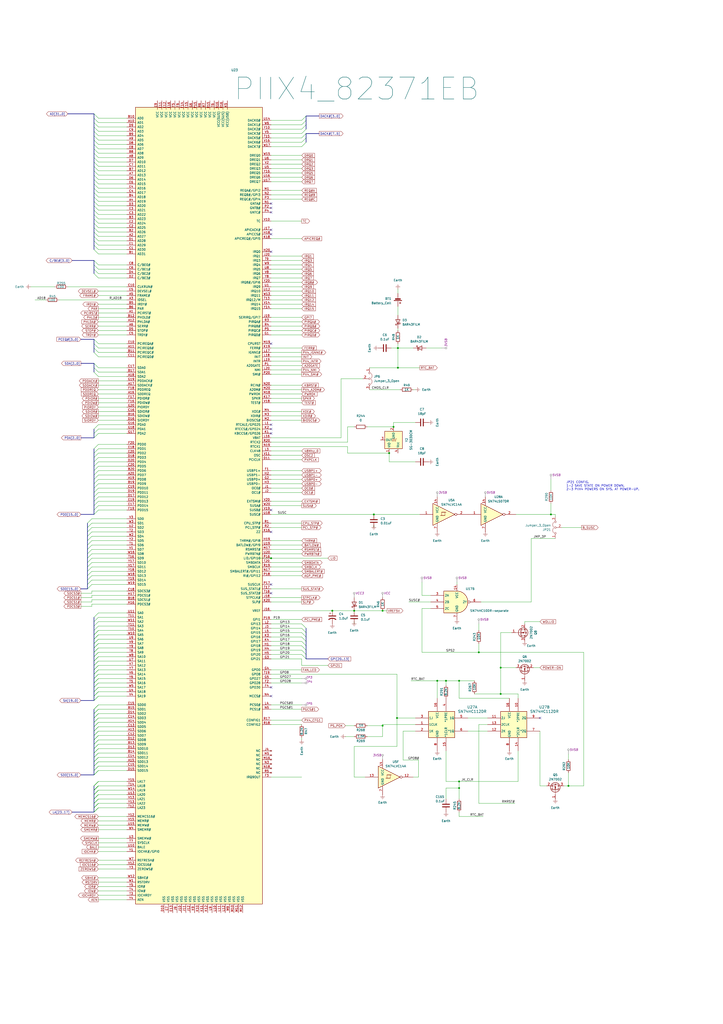
<source format=kicad_sch>
(kicad_sch (version 20241004) (generator "eeschema") (generator_version "8.99")
  (paper "A2" portrait)
  (title_block (date "Thursday, April 09, 1998") (rev "1.0"))
  (lib_symbols
    (symbol "Device:Battery_Cell" (pin_numbers (hide yes)) (pin_names (offset 0) (hide yes))
      (property "Reference" "BT" (at 2.54 2.54 0))
      (property "Value" "Battery_Cell" (at 2.54 0 0))
      (symbol "Battery_Cell_1_1"
        (pin passive line (at 0 5.08 270) (length 2.54) (name "+") (number "1"))
        (pin passive line (at 0 -2.54 90) (length 2.54) (name "-") (number "2"))
      )
    )
    (symbol "Device:C" (pin_numbers (hide yes)) (pin_names (offset 0.254))
      (property "Reference" "C" (at 0.635 2.54 0))
      (property "Value" "C" (at 0.635 -2.54 0))
      (symbol "C_1_1"
        (pin passive line (at 0 3.81 270) (length 2.794) (name "~") (number "1"))
        (pin passive line (at 0 -3.81 90) (length 2.794) (name "~") (number "2"))
      )
    )
    (symbol "Device:C_Polarized_US" (pin_numbers (hide yes)) (pin_names (offset 0.254) (hide yes))
      (property "Reference" "C" (at 0.635 2.54 0))
      (property "Value" "C_Polarized_US" (at 0.635 -2.54 0))
      (symbol "C_Polarized_US_1_1"
        (pin passive line (at 0 3.81 270) (length 2.794) (name "~") (number "1"))
        (pin passive line (at 0 -3.81 90) (length 3.302) (name "~") (number "2"))
      )
    )
    (symbol "Device:R" (pin_numbers (hide yes)) (pin_names (offset 0))
      (property "Reference" "R" (at 2.032 0 90))
      (property "Value" "R" (at 0 0 90))
      (symbol "R_1_1"
        (pin passive line (at 0 3.81 270) (length 1.27) (name "~") (number "1"))
        (pin passive line (at 0 -3.81 90) (length 1.27) (name "~") (number "2"))
      )
    )
    (symbol "Diode:BAR43FILM" (pin_numbers (hide yes)) (pin_names (offset 1.016) (hide yes))
      (property "Reference" "D" (at 0 2.54 0))
      (property "Value" "BAR43FILM" (at 0 -2.54 0))
      (symbol "BAR43FILM_1_1"
        (pin passive line (at -3.81 0 0) (length 2.54) (name "K") (number "3"))
        (pin no_connect line (at 1.27 1.27 270) (length 2.54) (hide yes) (name "NC") (number "2"))
        (pin passive line (at 3.81 0 180) (length 2.54) (name "A") (number "1"))
      )
    )
    (symbol "Jumper:Jumper_3_Open" (pin_names (offset 0) (hide yes)) (exclude_from_sim yes) (in_bom no)
      (property "Reference" "JP" (at -2.54 -2.54 0))
      (property "Value" "Jumper_3_Open" (at 0 2.794 0))
      (symbol "Jumper_3_Open_1_1"
        (pin passive line (at -6.35 0 0) (length 2.54) (name "A") (number "1"))
        (pin passive line (at 0 -3.81 90) (length 2.54) (name "C") (number "2"))
        (pin passive line (at 6.35 0 180) (length 2.54) (name "B") (number "3"))
      )
    )
    (symbol "Oscillator:SG-3030CM"
      (property "Reference" "X" (at -5.08 -6.35 0))
      (property "Value" "SG-3030CM" (at 1.27 -6.35 0))
      (symbol "SG-3030CM_1_1"
        (pin power_in line (at -2.54 7.62 270) (length 2.54) (name "Vcc") (number "4"))
        (pin power_in line (at 0 -7.62 90) (length 2.54) (name "GND") (number "2"))
        (pin power_in line (at 2.54 7.62 270) (length 2.54) (name "VIO") (number "1"))
        (pin output line (at 7.62 0 180) (length 2.54) (name "OUT") (number "3"))
      )
    )
    (symbol "P2-3_era:74F07-separate"
      (property "Reference" "U" (at -6.858 5.588 0))
      (property "Value" "SN74LS07DR" (at 6.985 5.08 0))
      (symbol "74F07-separate_0_1"
        (pin power_in line (at -2.54 10.16 270) (length 5.08) (name "VCC") (number "14"))
        (pin power_in line (at -2.54 -10.16 90) (length 5.08) (name "GND") (number "7"))
      )
      (symbol "74F07-separate_1_1"
        (pin input line (at -12.7 0 0) (length 7.62) (name "~") (number "1"))
        (pin open_collector inverted (at 15.24 0 180) (length 7.62) (name "~") (number "2"))
      )
      (symbol "74F07-separate_2_1"
        (pin input line (at -12.7 0 0) (length 7.62) (name "~") (number "3"))
        (pin open_collector inverted (at 15.24 0 180) (length 7.62) (name "~") (number "4"))
      )
      (symbol "74F07-separate_3_1"
        (pin input line (at -12.7 0 0) (length 7.62) (name "~") (number "5"))
        (pin open_collector inverted (at 15.24 0 180) (length 7.62) (name "~") (number "6"))
      )
      (symbol "74F07-separate_4_1"
        (pin input line (at -12.7 0 0) (length 7.62) (name "~") (number "9"))
        (pin open_collector inverted (at 15.24 0 180) (length 7.62) (name "~") (number "8"))
      )
      (symbol "74F07-separate_5_1"
        (pin input line (at -12.7 0 0) (length 7.62) (name "~") (number "11"))
        (pin open_collector inverted (at 15.24 0 180) (length 7.62) (name "~") (number "10"))
      )
      (symbol "74F07-separate_6_1"
        (pin input line (at -12.7 0 0) (length 7.62) (name "~") (number "13"))
        (pin open_collector inverted (at 15.24 0 180) (length 7.62) (name "~") (number "12"))
      )
    )
    (symbol "P2-3_era:PIIX4_82371EB" (pin_names (offset 1.016))
      (property "Reference" "U2" (at -5.842 -109.22 0))
      (property "Value" "PIIX4_82371EB" (at -153.924 125.73 90))
      (symbol "PIIX4_82371EB_1_1"
        (pin bidirectional line (at -195.58 334.01 0) (length 5.08) (name "AD0") (number "B10"))
        (pin bidirectional line (at -195.58 331.47 0) (length 5.08) (name "AD1") (number "A10"))
        (pin bidirectional line (at -195.58 328.93 0) (length 5.08) (name "AD2") (number "D9"))
        (pin bidirectional line (at -195.58 326.39 0) (length 5.08) (name "AD3") (number "C9"))
        (pin bidirectional line (at -195.58 323.85 0) (length 5.08) (name "AD4") (number "B9"))
        (pin bidirectional line (at -195.58 321.31 0) (length 5.08) (name "AD5") (number "A9"))
        (pin bidirectional line (at -195.58 318.77 0) (length 5.08) (name "AD6") (number "D8"))
        (pin bidirectional line (at -195.58 316.23 0) (length 5.08) (name "AD7") (number "E8"))
        (pin bidirectional line (at -195.58 313.69 0) (length 5.08) (name "AD8") (number "B8"))
        (pin bidirectional line (at -195.58 311.15 0) (length 5.08) (name "AD9") (number "A8"))
        (pin bidirectional line (at -195.58 308.61 0) (length 5.08) (name "AD10") (number "D7"))
        (pin bidirectional line (at -195.58 306.07 0) (length 5.08) (name "AD11") (number "C7"))
        (pin bidirectional line (at -195.58 303.53 0) (length 5.08) (name "AD12") (number "B7"))
        (pin bidirectional line (at -195.58 300.99 0) (length 5.08) (name "AD13") (number "A7"))
        (pin bidirectional line (at -195.58 298.45 0) (length 5.08) (name "AD14") (number "D6"))
        (pin bidirectional line (at -195.58 295.91 0) (length 5.08) (name "AD15") (number "E6"))
        (pin bidirectional line (at -195.58 293.37 0) (length 5.08) (name "AD16") (number "E4"))
        (pin bidirectional line (at -195.58 290.83 0) (length 5.08) (name "AD17") (number "C4"))
        (pin bidirectional line (at -195.58 288.29 0) (length 5.08) (name "AD18") (number "B4"))
        (pin bidirectional line (at -195.58 285.75 0) (length 5.08) (name "AD19") (number "A4"))
        (pin bidirectional line (at -195.58 283.21 0) (length 5.08) (name "AD20") (number "D3"))
        (pin bidirectional line (at -195.58 280.67 0) (length 5.08) (name "AD21") (number "E3"))
        (pin bidirectional line (at -195.58 278.13 0) (length 5.08) (name "AD22") (number "C3"))
        (pin bidirectional line (at -195.58 275.59 0) (length 5.08) (name "AD23") (number "B3"))
        (pin bidirectional line (at -195.58 273.05 0) (length 5.08) (name "AD24") (number "E2"))
        (pin bidirectional line (at -195.58 270.51 0) (length 5.08) (name "AD25") (number "C2"))
        (pin bidirectional line (at -195.58 267.97 0) (length 5.08) (name "AD26") (number "B2"))
        (pin bidirectional line (at -195.58 265.43 0) (length 5.08) (name "AD27") (number "A2"))
        (pin bidirectional line (at -195.58 262.89 0) (length 5.08) (name "AD28") (number "D1"))
        (pin bidirectional line (at -195.58 260.35 0) (length 5.08) (name "AD29") (number "E1"))
        (pin bidirectional line (at -195.58 257.81 0) (length 5.08) (name "AD30") (number "C1"))
        (pin bidirectional line (at -195.58 255.27 0) (length 5.08) (name "AD31") (number "B1"))
        (pin bidirectional line (at -195.58 248.92 0) (length 5.08) (name "C/BE0#") (number "C8"))
        (pin bidirectional line (at -195.58 246.38 0) (length 5.08) (name "C/BE1#") (number "C6"))
        (pin bidirectional line (at -195.58 243.84 0) (length 5.08) (name "C/BE2#") (number "D4"))
        (pin bidirectional line (at -195.58 241.3 0) (length 5.08) (name "C/BE3#") (number "D2"))
        (pin unspecified line (at -195.58 236.22 0) (length 5.08) (name "CLKRUN#") (number "C10"))
        (pin bidirectional line (at -195.58 233.68 0) (length 5.08) (name "DEVSEL#") (number "E5"))
        (pin bidirectional line (at -195.58 231.14 0) (length 5.08) (name "FRAME#") (number "A5"))
        (pin unspecified line (at -195.58 228.6 0) (length 5.08) (name "IDSEL") (number "A3"))
        (pin output line (at -195.58 226.06 0) (length 5.08) (name "IRDY#") (number "B5"))
        (pin output line (at -195.58 223.52 0) (length 5.08) (name "PAR") (number "B6"))
        (pin output line (at -195.58 220.98 0) (length 5.08) (name "PCIRST#") (number "A1"))
        (pin input line (at -195.58 218.44 0) (length 5.08) (name "PHOLD#") (number "B12"))
        (pin input line (at -195.58 215.9 0) (length 5.08) (name "PHLDA#") (number "A12"))
        (pin bidirectional line (at -195.58 213.36 0) (length 5.08) (name "SERR#") (number "A6"))
        (pin bidirectional line (at -195.58 210.82 0) (length 5.08) (name "STOP#") (number "D5"))
        (pin bidirectional line (at -195.58 208.28 0) (length 5.08) (name "TRDY#") (number "C5"))
        (pin input line (at -195.58 203.2 0) (length 5.08) (name "PCIREQA#") (number "E10"))
        (pin input line (at -195.58 200.66 0) (length 5.08) (name "PCIREQB#") (number "A11"))
        (pin input line (at -195.58 198.12 0) (length 5.08) (name "PCIREQC#") (number "B11"))
        (pin input line (at -195.58 195.58 0) (length 5.08) (name "PCIREQD#") (number "C11"))
        (pin output line (at -195.58 189.23 0) (length 5.08) (name "SDA0") (number "C17"))
        (pin output line (at -195.58 186.69 0) (length 5.08) (name "SDA1") (number "B17"))
        (pin output line (at -195.58 184.15 0) (length 5.08) (name "SDA2") (number "A18"))
        (pin output line (at -195.58 181.61 0) (length 5.08) (name "PDDACK#") (number "G19"))
        (pin output line (at -195.58 179.07 0) (length 5.08) (name "SDDACK#") (number "A17"))
        (pin input line (at -195.58 176.53 0) (length 5.08) (name "PDDREQ") (number "F18"))
        (pin input line (at -195.58 173.99 0) (length 5.08) (name "SDDREQ") (number "A16"))
        (pin output line (at -195.58 171.45 0) (length 5.08) (name "PDIOR#") (number "F17"))
        (pin output line (at -195.58 168.91 0) (length 5.08) (name "PDIOW#") (number "F16"))
        (pin input line (at -195.58 166.37 0) (length 5.08) (name "PIORDY") (number "G20"))
        (pin output line (at -195.58 163.83 0) (length 5.08) (name "SDIOR#") (number "C16"))
        (pin output line (at -195.58 161.29 0) (length 5.08) (name "SDIOW#") (number "B16"))
        (pin input line (at -195.58 158.75 0) (length 5.08) (name "SIORDY") (number "D16"))
        (pin output line (at -195.58 156.21 0) (length 5.08) (name "PDA0") (number "G16"))
        (pin output line (at -195.58 153.67 0) (length 5.08) (name "PDA1") (number "G18"))
        (pin output line (at -195.58 151.13 0) (length 5.08) (name "PDA2") (number "G17"))
        (pin bidirectional line (at -195.58 144.78 0) (length 5.08) (name "PDD0") (number "F20"))
        (pin bidirectional line (at -195.58 142.24 0) (length 5.08) (name "PDD1") (number "E18"))
        (pin bidirectional line (at -195.58 139.7 0) (length 5.08) (name "PDD2") (number "E20"))
        (pin bidirectional line (at -195.58 137.16 0) (length 5.08) (name "PDD3") (number "D18"))
        (pin bidirectional line (at -195.58 134.62 0) (length 5.08) (name "PDD4") (number "D20"))
        (pin bidirectional line (at -195.58 132.08 0) (length 5.08) (name "PDD5") (number "C20"))
        (pin bidirectional line (at -195.58 129.54 0) (length 5.08) (name "PDD6") (number "B20"))
        (pin bidirectional line (at -195.58 127 0) (length 5.08) (name "PDD7") (number "A20"))
        (pin bidirectional line (at -195.58 124.46 0) (length 5.08) (name "PDD8") (number "A19"))
        (pin bidirectional line (at -195.58 121.92 0) (length 5.08) (name "PDD9") (number "B19"))
        (pin bidirectional line (at -195.58 119.38 0) (length 5.08) (name "PDD10") (number "C19"))
        (pin bidirectional line (at -195.58 116.84 0) (length 5.08) (name "PDD11") (number "D19"))
        (pin bidirectional line (at -195.58 114.3 0) (length 5.08) (name "PDD12") (number "D17"))
        (pin bidirectional line (at -195.58 111.76 0) (length 5.08) (name "PDD13") (number "E19"))
        (pin bidirectional line (at -195.58 109.22 0) (length 5.08) (name "PDD14") (number "E17"))
        (pin bidirectional line (at -195.58 106.68 0) (length 5.08) (name "PDD15") (number "F19"))
        (pin bidirectional line (at -195.58 101.6 0) (length 5.08) (name "SD0") (number "V3"))
        (pin bidirectional line (at -195.58 99.06 0) (length 5.08) (name "SD1") (number "W3"))
        (pin bidirectional line (at -195.58 96.52 0) (length 5.08) (name "SD2") (number "U2"))
        (pin bidirectional line (at -195.58 93.98 0) (length 5.08) (name "SD3") (number "T2"))
        (pin bidirectional line (at -195.58 91.44 0) (length 5.08) (name "SD4") (number "W2"))
        (pin bidirectional line (at -195.58 88.9 0) (length 5.08) (name "SD5") (number "Y2"))
        (pin bidirectional line (at -195.58 86.36 0) (length 5.08) (name "SD6") (number "T1"))
        (pin bidirectional line (at -195.58 83.82 0) (length 5.08) (name "SD7") (number "V1"))
        (pin bidirectional line (at -195.58 81.28 0) (length 5.08) (name "SD8") (number "W16"))
        (pin bidirectional line (at -195.58 78.74 0) (length 5.08) (name "SD9") (number "T16"))
        (pin bidirectional line (at -195.58 76.2 0) (length 5.08) (name "SD10") (number "Y17"))
        (pin bidirectional line (at -195.58 73.66 0) (length 5.08) (name "SD11") (number "V17"))
        (pin bidirectional line (at -195.58 71.12 0) (length 5.08) (name "SD12") (number "Y18"))
        (pin bidirectional line (at -195.58 68.58 0) (length 5.08) (name "SD13") (number "W18"))
        (pin bidirectional line (at -195.58 66.04 0) (length 5.08) (name "SD14") (number "Y19"))
        (pin bidirectional line (at -195.58 63.5 0) (length 5.08) (name "SD15") (number "W19"))
        (pin output line (at -195.58 59.69 0) (length 5.08) (name "SDCS3#") (number "C18"))
        (pin output line (at -195.58 57.15 0) (length 5.08) (name "PDCS1#") (number "H17"))
        (pin output line (at -195.58 54.61 0) (length 5.08) (name "SDCS1#") (number "B18"))
        (pin output line (at -195.58 52.07 0) (length 5.08) (name "PDCS3#") (number "H16"))
        (pin bidirectional line (at -195.58 46.99 0) (length 5.08) (name "SA0") (number "U11"))
        (pin bidirectional line (at -195.58 44.45 0) (length 5.08) (name "SA1") (number "T11"))
        (pin bidirectional line (at -195.58 41.91 0) (length 5.08) (name "SA2") (number "W11"))
        (pin bidirectional line (at -195.58 39.37 0) (length 5.08) (name "SA3") (number "Y11"))
        (pin bidirectional line (at -195.58 36.83 0) (length 5.08) (name "SA4") (number "T10"))
        (pin bidirectional line (at -195.58 34.29 0) (length 5.08) (name "SA5") (number "W10"))
        (pin bidirectional line (at -195.58 31.75 0) (length 5.08) (name "SA6") (number "U9"))
        (pin bidirectional line (at -195.58 29.21 0) (length 5.08) (name "SA7") (number "V9"))
        (pin bidirectional line (at -195.58 26.67 0) (length 5.08) (name "SA8") (number "Y9"))
        (pin bidirectional line (at -195.58 24.13 0) (length 5.08) (name "SA9") (number "T8"))
        (pin bidirectional line (at -195.58 21.59 0) (length 5.08) (name "SA10") (number "W8"))
        (pin bidirectional line (at -195.58 19.05 0) (length 5.08) (name "SA11") (number "U7"))
        (pin bidirectional line (at -195.58 16.51 0) (length 5.08) (name "SA12") (number "V7"))
        (pin bidirectional line (at -195.58 13.97 0) (length 5.08) (name "SA13") (number "Y7"))
        (pin bidirectional line (at -195.58 11.43 0) (length 5.08) (name "SA14") (number "V6"))
        (pin bidirectional line (at -195.58 8.89 0) (length 5.08) (name "SA15") (number "Y6"))
        (pin bidirectional line (at -195.58 6.35 0) (length 5.08) (name "SA16") (number "T5"))
        (pin bidirectional line (at -195.58 3.81 0) (length 5.08) (name "SA17") (number "W5"))
        (pin bidirectional line (at -195.58 1.27 0) (length 5.08) (name "SA18") (number "U4"))
        (pin bidirectional line (at -195.58 -1.27 0) (length 5.08) (name "SA19") (number "V4"))
        (pin bidirectional line (at -195.58 -6.35 0) (length 5.08) (name "SDD0") (number "E15"))
        (pin bidirectional line (at -195.58 -8.89 0) (length 5.08) (name "SDD1") (number "B15"))
        (pin bidirectional line (at -195.58 -11.43 0) (length 5.08) (name "SDD2") (number "D14"))
        (pin bidirectional line (at -195.58 -13.97 0) (length 5.08) (name "SDD3") (number "C14"))
        (pin bidirectional line (at -195.58 -16.51 0) (length 5.08) (name "SDD4") (number "A14"))
        (pin bidirectional line (at -195.58 -19.05 0) (length 5.08) (name "SDD5") (number "C13"))
        (pin bidirectional line (at -195.58 -21.59 0) (length 5.08) (name "SDD6") (number "A13"))
        (pin bidirectional line (at -195.58 -24.13 0) (length 5.08) (name "SDD7") (number "C12"))
        (pin bidirectional line (at -195.58 -26.67 0) (length 5.08) (name "SDD8") (number "D12"))
        (pin bidirectional line (at -195.58 -29.21 0) (length 5.08) (name "SDD9") (number "B13"))
        (pin bidirectional line (at -195.58 -31.75 0) (length 5.08) (name "SDD10") (number "D13"))
        (pin bidirectional line (at -195.58 -34.29 0) (length 5.08) (name "SDD11") (number "B14"))
        (pin bidirectional line (at -195.58 -36.83 0) (length 5.08) (name "SDD12") (number "E14"))
        (pin bidirectional line (at -195.58 -39.37 0) (length 5.08) (name "SDD13") (number "A15"))
        (pin bidirectional line (at -195.58 -41.91 0) (length 5.08) (name "SDD14") (number "C15"))
        (pin bidirectional line (at -195.58 -44.45 0) (length 5.08) (name "SDD15") (number "D15"))
        (pin bidirectional line (at -195.58 -50.8 0) (length 5.08) (name "LA17") (number "Y15"))
        (pin bidirectional line (at -195.58 -53.34 0) (length 5.08) (name "LA18") (number "T14"))
        (pin bidirectional line (at -195.58 -55.88 0) (length 5.08) (name "LA19") (number "W14"))
        (pin bidirectional line (at -195.58 -58.42 0) (length 5.08) (name "LA20") (number "U13"))
        (pin bidirectional line (at -195.58 -60.96 0) (length 5.08) (name "LA21") (number "V13"))
        (pin bidirectional line (at -195.58 -63.5 0) (length 5.08) (name "LA22") (number "Y13"))
        (pin bidirectional line (at -195.58 -66.04 0) (length 5.08) (name "LA23") (number "T12"))
        (pin bidirectional line (at -195.58 -71.12 0) (length 5.08) (name "MEMCS16#") (number "Y12"))
        (pin bidirectional line (at -195.58 -73.66 0) (length 5.08) (name "MEMR#") (number "V15"))
        (pin bidirectional line (at -195.58 -76.2 0) (length 5.08) (name "MEMW#") (number "U15"))
        (pin output line (at -195.58 -78.74 0) (length 5.08) (name "SMEMR#") (number "W4"))
        (pin output line (at -195.58 -83.82 0) (length 5.08) (name "SMEMW#") (number "U3"))
        (pin output line (at -195.58 -86.36 0) (length 5.08) (name "SYSCLK") (number "T7"))
        (pin output line (at -195.58 -88.9 0) (length 5.08) (name "BALE") (number "U10"))
        (pin input line (at -195.58 -91.44 0) (length 5.08) (name "IOCHK#/GPI0") (number "Y1"))
        (pin bidirectional line (at -195.58 -96.52 0) (length 5.08) (name "REFRESH#") (number "W7"))
        (pin input line (at -195.58 -99.06 0) (length 5.08) (name "IOCS16#") (number "V12"))
        (pin input line (at -195.58 -101.6 0) (length 5.08) (name "ZEROWS#") (number "Y3"))
        (pin bidirectional line (at -195.58 -106.68 0) (length 5.08) (name "SBHE#") (number "W12"))
        (pin output line (at -195.58 -109.22 0) (length 5.08) (name "RSTDRV") (number "W1"))
        (pin bidirectional line (at -195.58 -111.76 0) (length 5.08) (name "IOR#") (number "Y5"))
        (pin bidirectional line (at -195.58 -114.3 0) (length 5.08) (name "IOW#") (number "T4"))
        (pin bidirectional line (at -195.58 -116.84 0) (length 5.08) (name "IOCHRDY") (number "T3"))
        (pin output line (at -195.58 -119.38 0) (length 5.08) (name "AEN") (number "Y4"))
        (pin power_in line (at -177.8 344.17 270) (length 5.08) (name "VCC") (number "E9"))
        (pin power_in line (at -175.26 344.17 270) (length 5.08) (name "VCC") (number "E11"))
        (pin power_out line (at -173.99 -127 90) (length 5.08) (name "VSS") (number "D10"))
        (pin power_in line (at -172.72 344.17 270) (length 5.08) (name "VCC") (number "E12"))
        (pin power_out line (at -171.45 -127 90) (length 5.08) (name "VSS") (number "E7"))
        (pin power_in line (at -170.18 344.17 270) (length 5.08) (name "VCC") (number "E16"))
        (pin power_out line (at -168.91 -127 90) (length 5.08) (name "VSS") (number "E13"))
        (pin power_in line (at -167.64 344.17 270) (length 5.08) (name "VCC") (number "F5"))
        (pin power_out line (at -166.37 -127 90) (length 5.08) (name "VSS") (number "J9"))
        (pin power_in line (at -165.1 344.17 270) (length 5.08) (name "VCC") (number "F6"))
        (pin power_out line (at -163.83 -127 90) (length 5.08) (name "VSS") (number "J10"))
        (pin power_in line (at -162.56 344.17 270) (length 5.08) (name "VCC") (number "F14"))
        (pin power_out line (at -161.29 -127 90) (length 5.08) (name "VSS") (number "J11"))
        (pin power_in line (at -160.02 344.17 270) (length 5.08) (name "VCC") (number "F15"))
        (pin power_out line (at -158.75 -127 90) (length 5.08) (name "VSS") (number "J12"))
        (pin power_in line (at -157.48 344.17 270) (length 5.08) (name "VCC") (number "G6"))
        (pin power_out line (at -156.21 -127 90) (length 5.08) (name "VSS") (number "K9"))
        (pin power_in line (at -154.94 344.17 270) (length 5.08) (name "VCC") (number "P15"))
        (pin power_out line (at -153.67 -127 90) (length 5.08) (name "VSS") (number "K10"))
        (pin power_in line (at -152.4 344.17 270) (length 5.08) (name "VCC") (number "R6"))
        (pin power_out line (at -151.13 -127 90) (length 5.08) (name "VSS") (number "K11"))
        (pin power_in line (at -149.86 344.17 270) (length 5.08) (name "VCC") (number "R7"))
        (pin power_out line (at -148.59 -127 90) (length 5.08) (name "VSS") (number "K12"))
        (pin power_in line (at -147.32 344.17 270) (length 5.08) (name "VCC") (number "R15"))
        (pin power_out line (at -146.05 -127 90) (length 5.08) (name "VSS") (number "L9"))
        (pin power_in line (at -144.78 344.17 270) (length 5.08) (name "VCC") (number "T6"))
        (pin power_out line (at -143.51 -127 90) (length 5.08) (name "VSS") (number "L10"))
        (pin power_in line (at -142.24 344.17 270) (length 5.08) (name "VCC(SUS)") (number "N16"))
        (pin power_out line (at -140.97 -127 90) (length 5.08) (name "VSS") (number "L11"))
        (pin power_in line (at -139.7 344.17 270) (length 5.08) (name "VCC(SUS)") (number "R16"))
        (pin power_out line (at -138.43 -127 90) (length 5.08) (name "VSS") (number "L12"))
        (pin power_in line (at -137.16 344.17 270) (length 5.08) (name "VCC(USB)") (number "K5"))
        (pin power_out line (at -135.89 -127 90) (length 5.08) (name "VSS") (number "M9"))
        (pin power_out line (at -133.35 -127 90) (length 5.08) (name "VSS") (number "M10"))
        (pin power_out line (at -130.81 -127 90) (length 5.08) (name "VSS") (number "M11"))
        (pin power_out line (at -128.27 -127 90) (length 5.08) (name "VSS") (number "M12"))
        (pin bidirectional line (at -111.76 332.74 180) (length 5.08) (name "DACK0#") (number "U14"))
        (pin bidirectional line (at -111.76 330.2 180) (length 5.08) (name "DACK1#") (number "W6"))
        (pin bidirectional line (at -111.76 327.66 180) (length 5.08) (name "DACK2#") (number "Y10"))
        (pin bidirectional line (at -111.76 325.12 180) (length 5.08) (name "DACK3#") (number "V5"))
        (pin bidirectional line (at -111.76 322.58 180) (length 5.08) (name "DACK5#") (number "T15"))
        (pin bidirectional line (at -111.76 320.04 180) (length 5.08) (name "DACK6#") (number "V16"))
        (pin bidirectional line (at -111.76 317.5 180) (length 5.08) (name "DACK7#") (number "W17"))
        (pin input line (at -111.76 312.42 180) (length 5.08) (name "DREQ0") (number "W15"))
        (pin input line (at -111.76 309.88 180) (length 5.08) (name "DREQ1") (number "U6"))
        (pin input line (at -111.76 307.34 180) (length 5.08) (name "DREQ2") (number "V2"))
        (pin input line (at -111.76 304.8 180) (length 5.08) (name "DREQ3") (number "U5"))
        (pin input line (at -111.76 302.26 180) (length 5.08) (name "DREQ5") (number "Y16"))
        (pin input line (at -111.76 299.72 180) (length 5.08) (name "DREQ6") (number "U16"))
        (pin input line (at -111.76 297.18 180) (length 5.08) (name "DREQ7") (number "U17"))
        (pin input line (at -111.76 292.1 180) (length 5.08) (name "REQA#/GPI2") (number "M1"))
        (pin input line (at -111.76 289.56 180) (length 5.08) (name "REQB#/GPI3") (number "N2"))
        (pin input line (at -111.76 287.02 180) (length 5.08) (name "REQC#/GPI4") (number "P3"))
        (pin unspecified line (at -111.76 284.48 180) (length 5.08) (name "GNTA#") (number "N1"))
        (pin unspecified line (at -111.76 281.94 180) (length 5.08) (name "GNTB#") (number "P2"))
        (pin unspecified line (at -111.76 279.4 180) (length 5.08) (name "GNTC#") (number "P4"))
        (pin output line (at -111.76 274.32 180) (length 5.08) (name "TC") (number "V10"))
        (pin unspecified line (at -111.76 269.24 180) (length 5.08) (name "APICACK#") (number "J17"))
        (pin unspecified line (at -111.76 266.7 180) (length 5.08) (name "APICCS#") (number "H18"))
        (pin input line (at -111.76 264.16 180) (length 5.08) (name "APICREQ#/GPI5") (number "K18"))
        (pin input line (at -111.76 256.54 180) (length 5.08) (name "IRQ0") (number "H20"))
        (pin input line (at -111.76 254 180) (length 5.08) (name "IRQ1") (number "J20"))
        (pin input line (at -111.76 251.46 180) (length 5.08) (name "IRQ3") (number "T9"))
        (pin input line (at -111.76 248.92 180) (length 5.08) (name "IRQ4") (number "W9"))
        (pin input line (at -111.76 246.38 180) (length 5.08) (name "IRQ5") (number "U8"))
        (pin input line (at -111.76 243.84 180) (length 5.08) (name "IRQ6") (number "V8"))
        (pin input line (at -111.76 241.3 180) (length 5.08) (name "IRQ7") (number "Y8"))
        (pin bidirectional line (at -111.76 238.76 180) (length 5.08) (name "IRQ8#/GPI6") (number "Y20"))
        (pin input line (at -111.76 236.22 180) (length 5.08) (name "IRQ9") (number "U1"))
        (pin input line (at -111.76 233.68 180) (length 5.08) (name "IRQ10") (number "U12"))
        (pin input line (at -111.76 231.14 180) (length 5.08) (name "IRQ11") (number "W13"))
        (pin input line (at -111.76 228.6 180) (length 5.08) (name "IRQ12/M") (number "T13"))
        (pin input line (at -111.76 226.06 180) (length 5.08) (name "IRQ14") (number "V14"))
        (pin input line (at -111.76 223.52 180) (length 5.08) (name "IRQ15") (number "Y14"))
        (pin input line (at -111.76 218.44 180) (length 5.08) (name "SERIRQ/GPI7") (number "J19"))
        (pin bidirectional line (at -111.76 215.9 180) (length 5.08) (name "PIRQA#") (number "R3"))
        (pin bidirectional line (at -111.76 213.36 180) (length 5.08) (name "PIRQB#") (number "R4"))
        (pin bidirectional line (at -111.76 210.82 180) (length 5.08) (name "PIRQC#") (number "P5"))
        (pin bidirectional line (at -111.76 208.28 180) (length 5.08) (name "PIRQD#") (number "G1"))
        (pin unspecified line (at -111.76 203.2 180) (length 5.08) (name "CPURST") (number "M19"))
        (pin input line (at -111.76 200.66 180) (length 5.08) (name "FERR#") (number "K19"))
        (pin output line (at -111.76 198.12 180) (length 5.08) (name "IGNNE#") (number "L17"))
        (pin output line (at -111.76 195.58 180) (length 5.08) (name "INIT") (number "L18"))
        (pin output line (at -111.76 193.04 180) (length 5.08) (name "INTR") (number "L19"))
        (pin input line (at -111.76 190.5 180) (length 5.08) (name "A20GATE") (number "P1"))
        (pin output line (at -111.76 187.96 180) (length 5.08) (name "NMI") (number "L20"))
        (pin output line (at -111.76 185.42 180) (length 5.08) (name "SMI#") (number "P20"))
        (pin input line (at -111.76 179.07 180) (length 5.08) (name "RCIN#") (number "N20"))
        (pin output line (at -111.76 176.53 180) (length 5.08) (name "A20M#") (number "M20"))
        (pin input line (at -111.76 173.99 180) (length 5.08) (name "PWROK") (number "M18"))
        (pin output line (at -111.76 171.45 180) (length 5.08) (name "SPKR") (number "K17"))
        (pin input line (at -111.76 168.91 180) (length 5.08) (name "TEST#") (number "V18"))
        (pin output line (at -111.76 163.83 180) (length 5.08) (name "XOE#") (number "M4"))
        (pin output line (at -111.76 161.29 180) (length 5.08) (name "XDIR#") (number "M3"))
        (pin output line (at -111.76 158.75 180) (length 5.08) (name "BIOSCS#") (number "M2"))
        (pin unspecified line (at -111.76 156.21 180) (length 5.08) (name "RTCALE/GP025") (number "L1"))
        (pin unspecified line (at -111.76 153.67 180) (length 5.08) (name "RTCCS#/GP024") (number "K2"))
        (pin unspecified line (at -111.76 151.13 180) (length 5.08) (name "KBCCS#/GP026") (number "K1"))
        (pin unspecified line (at -111.76 148.59 180) (length 5.08) (name "VBAT") (number "L16"))
        (pin unspecified line (at -111.76 146.05 180) (length 5.08) (name "RTCX2") (number "R20"))
        (pin unspecified line (at -111.76 143.51 180) (length 5.08) (name "RTCX1") (number "N19"))
        (pin input line (at -111.76 140.97 180) (length 5.08) (name "CLK48") (number "L3"))
        (pin input line (at -111.76 138.43 180) (length 5.08) (name "OSC") (number "V11"))
        (pin input line (at -111.76 135.89 180) (length 5.08) (name "PCICLK") (number "D11"))
        (pin bidirectional line (at -111.76 129.54 180) (length 5.08) (name "USBP1+") (number "F1"))
        (pin bidirectional line (at -111.76 127 180) (length 5.08) (name "USBP1-") (number "H2"))
        (pin bidirectional line (at -111.76 124.46 180) (length 5.08) (name "USBP0+") (number "G2"))
        (pin bidirectional line (at -111.76 121.92 180) (length 5.08) (name "USBP0-") (number "H3"))
        (pin input line (at -111.76 119.38 180) (length 5.08) (name "OC0#") (number "J1"))
        (pin input line (at -111.76 116.84 180) (length 5.08) (name "OC1#") (number "J2"))
        (pin output line (at -111.76 111.76 180) (length 5.08) (name "EXTSMI#") (number "V20"))
        (pin input line (at -111.76 109.22 180) (length 5.08) (name "SUSA#") (number "W20"))
        (pin unspecified line (at -111.76 106.68 180) (length 5.08) (name "SUSB#") (number "V19"))
        (pin unspecified line (at -111.76 104.14 180) (length 5.08) (name "SUSC#") (number "U18"))
        (pin output line (at -111.76 99.06 180) (length 5.08) (name "CPU_STP#") (number "R1"))
        (pin output line (at -111.76 96.52 180) (length 5.08) (name "PCI_STP#") (number "R2"))
        (pin unspecified line (at -111.76 93.98 180) (length 5.08) (name "ZZ") (number "K16"))
        (pin input line (at -111.76 88.9 180) (length 5.08) (name "THRM#/GPI8") (number "H19"))
        (pin input line (at -111.76 86.36 180) (length 5.08) (name "BATLOW#/GPI9") (number "U19"))
        (pin input line (at -111.76 83.82 180) (length 5.08) (name "RSMRST#") (number "M17"))
        (pin input line (at -111.76 81.28 180) (length 5.08) (name "PWRBTN#") (number "U20"))
        (pin input line (at -111.76 78.74 180) (length 5.08) (name "LID/GPI10") (number "P16"))
        (pin bidirectional line (at -111.76 76.2 180) (length 5.08) (name "SMBDATA") (number "T20"))
        (pin bidirectional line (at -111.76 73.66 180) (length 5.08) (name "SMBCLK") (number "R19"))
        (pin input line (at -111.76 71.12 180) (length 5.08) (name "SMBALERT#/GPI11") (number "N17"))
        (pin input line (at -111.76 68.58 180) (length 5.08) (name "RI#/GPI12") (number "P18"))
        (pin unspecified line (at -111.76 63.5 180) (length 5.08) (name "SUSCLK") (number "P17"))
        (pin output line (at -111.76 60.96 180) (length 5.08) (name "SUS_STAT1#") (number "T17"))
        (pin unspecified line (at -111.76 58.42 180) (length 5.08) (name "SUS_STAT2#") (number "T18"))
        (pin output line (at -111.76 55.88 180) (length 5.08) (name "STPCLK#") (number "J18"))
        (pin output line (at -111.76 53.34 180) (length 5.08) (name "SLP#") (number "K20"))
        (pin power_in line (at -111.76 48.26 180) (length 5.08) (name "VREF") (number "J16"))
        (pin input line (at -111.76 43.18 180) (length 5.08) (name "GPI1") (number "P19"))
        (pin input line (at -111.76 40.64 180) (length 5.08) (name "GPI13") (number "L2"))
        (pin input line (at -111.76 38.1 180) (length 5.08) (name "GPI14") (number "J3"))
        (pin input line (at -111.76 35.56 180) (length 5.08) (name "GPI15") (number "L5"))
        (pin input line (at -111.76 33.02 180) (length 5.08) (name "GPI16") (number "K3"))
        (pin input line (at -111.76 30.48 180) (length 5.08) (name "GPI17") (number "K4"))
        (pin input line (at -111.76 27.94 180) (length 5.08) (name "GPI18") (number "H1"))
        (pin input line (at -111.76 25.4 180) (length 5.08) (name "GPI19") (number "H4"))
        (pin input line (at -111.76 22.86 180) (length 5.08) (name "GPI20") (number "H5"))
        (pin input line (at -111.76 20.32 180) (length 5.08) (name "GPI21") (number "G3"))
        (pin output line (at -111.76 13.97 180) (length 5.08) (name "GPO0") (number "G4"))
        (pin unspecified line (at -111.76 11.43 180) (length 5.08) (name "GPO8") (number "T19"))
        (pin unspecified line (at -111.76 8.89 180) (length 5.08) (name "GPO27") (number "G5"))
        (pin unspecified line (at -111.76 6.35 180) (length 5.08) (name "GPO28") (number "F2"))
        (pin unspecified line (at -111.76 3.81 180) (length 5.08) (name "GPO30") (number "F4"))
        (pin unspecified line (at -111.76 -1.27 180) (length 5.08) (name "MCCS#") (number "N4"))
        (pin unspecified line (at -111.76 -6.35 180) (length 5.08) (name "PCS0#") (number "L4"))
        (pin output line (at -111.76 -8.89 180) (length 5.08) (name "PCS1#") (number "N5"))
        (pin input line (at -111.76 -15.24 180) (length 5.08) (name "CONFIG1") (number "R17"))
        (pin unspecified line (at -111.76 -17.78 180) (length 5.08) (name "CONFIG2") (number "R18"))
        (pin no_connect line (at -111.76 -33.02 180) (length 5.08) (name "NC") (number "J4"))
        (pin no_connect line (at -111.76 -35.56 180) (length 5.08) (name "NC") (number "M5"))
        (pin no_connect line (at -111.76 -38.1 180) (length 5.08) (name "NC") (number "M16"))
        (pin no_connect line (at -111.76 -40.64 180) (length 5.08) (name "NC") (number "N3"))
        (pin no_connect line (at -111.76 -43.18 180) (length 5.08) (name "NC") (number "N18"))
        (pin no_connect line (at -111.76 -45.72 180) (length 5.08) (name "NC") (number "R5"))
        (pin unspecified line (at -111.76 -48.26 180) (length 5.08) (name "IRQ9OUT") (number "F3"))
      )
    )
    (symbol "P2-3_era:SN74HC10DR-separate"
      (property "Reference" "U" (at -5.08 10.16 0))
      (property "Value" "SN74HC10DR-separate" (at 12.065 -7.62 0))
      (symbol "SN74HC10DR-separate_0_1"
        (pin power_in line (at 0 10.16 270) (length 3.81) (name "VCC") (number "14"))
        (pin power_in line (at 0 -10.16 90) (length 3.81) (name "GND") (number "7"))
      )
      (symbol "SN74HC10DR-separate_1_0"
        (pin input line (at -15.24 -3.81 0) (length 7.62) (name "1C") (number "13"))
      )
      (symbol "SN74HC10DR-separate_1_1"
        (pin input line (at -15.24 3.81 0) (length 7.62) (name "1A") (number "1"))
        (pin input line (at -15.24 0 0) (length 7.62) (name "1B") (number "2"))
        (pin output inverted (at 13.97 0 180) (length 7.62) (name "1Y") (number "12"))
      )
      (symbol "SN74HC10DR-separate_2_1"
        (pin input line (at -15.24 3.81 0) (length 7.62) (name "2A") (number "3"))
        (pin input line (at -15.24 0 0) (length 7.62) (name "2B") (number "4"))
        (pin input line (at -15.24 -3.81 0) (length 7.62) (name "2C") (number "5"))
        (pin output inverted (at 13.97 0 180) (length 7.62) (name "2Y") (number "6"))
      )
      (symbol "SN74HC10DR-separate_3_1"
        (pin input line (at -15.24 3.81 0) (length 7.62) (name "3A") (number "9"))
        (pin input line (at -15.24 0 0) (length 7.62) (name "3B") (number "10"))
        (pin input line (at -15.24 -3.81 0) (length 7.62) (name "3C") (number "11"))
        (pin output inverted (at 12.7 0 180) (length 6.35) (name "3Y") (number "8"))
      )
    )
    (symbol "P2-3_era:SN74HC112Dr-separate" (pin_names (offset 0.254))
      (property "Reference" "U" (at -11.43 12.7 0))
      (property "Value" "SN74HC112DR" (at 12.7 -10.16 0))
      (symbol "SN74HC112Dr-separate_0_1"
        (pin power_in line (at -2.54 15.24 270) (length 7.62) (name "VCC") (number "16"))
        (pin power_in line (at -2.54 -15.24 90) (length 7.62) (name "GND") (number "8"))
      )
      (symbol "SN74HC112Dr-separate_1_1"
        (pin input line (at -15.24 3.81 0) (length 7.62) (name "1J") (number "3"))
        (pin input line (at -15.24 0 0) (length 7.62) (name "1CLK") (number "1"))
        (pin input line (at -15.24 -3.81 0) (length 7.62) (name "1K") (number "2"))
        (pin input line (at 2.54 15.24 270) (length 7.62) (name "*1PRE") (number "4"))
        (pin input line (at 2.54 -15.24 90) (length 7.62) (name "*1CLR") (number "15"))
        (pin output line (at 15.24 3.81 180) (length 7.62) (name "1Q") (number "5"))
        (pin output line (at 15.24 -3.81 180) (length 7.62) (name "*1Q") (number "6"))
      )
      (symbol "SN74HC112Dr-separate_2_1"
        (pin input line (at -15.24 3.81 0) (length 7.62) (name "2J") (number "11"))
        (pin input line (at -15.24 0 0) (length 7.62) (name "2CLK") (number "13"))
        (pin input line (at -15.24 -3.81 0) (length 7.62) (name "2K") (number "12"))
        (pin input line (at 2.54 15.24 270) (length 7.62) (name "*2PRE") (number "10"))
        (pin input line (at 2.54 -15.24 90) (length 7.62) (name "*2CLR") (number "14"))
        (pin output line (at 15.24 3.81 180) (length 7.62) (name "2Q") (number "9"))
        (pin output line (at 15.24 -3.81 180) (length 7.62) (name "*2Q") (number "7"))
      )
    )
    (symbol "P2-3_era:SN74LVC14A-separate"
      (property "Reference" "U" (at 1.27 8.89 0))
      (property "Value" "SN74LVC14A" (at 6.35 5.715 0))
      (symbol "SN74LVC14A-separate_0_1"
        (pin power_in line (at -2.54 10.16 270) (length 5.08) (name "VCC") (number "14"))
        (pin power_in line (at -2.54 -10.16 90) (length 5.08) (name "GND") (number "7"))
      )
      (symbol "SN74LVC14A-separate_1_1"
        (pin input line (at -12.7 0 0) (length 7.62) (name "~") (number "1"))
        (pin open_collector inverted (at 15.24 0 180) (length 7.62) (name "~") (number "2"))
      )
      (symbol "SN74LVC14A-separate_2_1"
        (pin input line (at -12.7 0 0) (length 7.62) (name "~") (number "3"))
        (pin open_collector inverted (at 15.24 0 180) (length 7.62) (name "~") (number "4"))
      )
      (symbol "SN74LVC14A-separate_3_1"
        (pin input line (at -12.7 0 0) (length 7.62) (name "~") (number "5"))
        (pin open_collector inverted (at 15.24 0 180) (length 7.62) (name "~") (number "6"))
      )
      (symbol "SN74LVC14A-separate_4_1"
        (pin input line (at -12.7 0 0) (length 7.62) (name "~") (number "9"))
        (pin open_collector inverted (at 15.24 0 180) (length 7.62) (name "~") (number "8"))
      )
      (symbol "SN74LVC14A-separate_5_1"
        (pin input line (at -12.7 0 0) (length 7.62) (name "~") (number "11"))
        (pin open_collector inverted (at 15.24 0 180) (length 7.62) (name "~") (number "10"))
      )
      (symbol "SN74LVC14A-separate_6_1"
        (pin input line (at -12.7 0 0) (length 7.62) (name "~") (number "13"))
        (pin open_collector inverted (at 15.24 0 180) (length 7.62) (name "~") (number "12"))
      )
    )
    (symbol "Transistor_FET:2N7002" (pin_names (hide yes))
      (property "Reference" "Q" (at 5.08 1.905 0))
      (property "Value" "2N7002" (at 5.08 0 0))
      (symbol "2N7002_1_1"
        (pin input line (at -5.08 0 0) (length 2.54) (name "G") (number "1"))
        (pin passive line (at 2.54 5.08 270) (length 2.54) (name "D") (number "3"))
        (pin passive line (at 2.54 -5.08 90) (length 2.54) (name "S") (number "2"))
      )
    )
    (symbol "power:Earth" (power) (pin_numbers (hide yes)) (pin_names (offset 0) (hide yes))
      (property "Value" "Earth" (at 0 -3.81 0))
      (symbol "Earth_1_1"
        (pin power_in line (at 0 0 270) (length 0) (name "~") (number "1"))
      )
    )
  )
  (text "JP21 CONFIG.\n1-2	SAVE STATE ON POWER DOWN.\n2-3	PIIX4 POWERS ON SYS. AT POWER-UP." (at 328.93 281.94 0) (effects (font (size 1.27 1.27)) (justify left)))
  (junction (at 266.7 457.2))
  (junction (at 259.08 394.97))
  (junction (at 278.13 378.46))
  (junction (at 222.25 421.005))
  (junction (at 228.6 247.65))
  (junction (at 254 394.97))
  (junction (at 205.74 354.33))
  (junction (at 217.17 298.45))
  (junction (at 230.632 416.56))
  (junction (at 193.04 354.33))
  (junction (at 231.14 201.93))
  (junction (at 266.7 394.97))
  (junction (at 222.25 354.33))
  (junction (at 320.04 298.45))
  (junction (at 231.14 213.36))
  (junction (at 266.7 453.39))
  (junction (at 330.2 455.93))
  (junction (at 290.83 387.35))
  (junction (at 226.06 262.89))
  (junction (at 157.48 323.85))
  (junction (at 290.83 402.59))
  (no_connect (at 157.48 248.92))
  (no_connect (at 157.48 344.17))
  (no_connect (at 157.48 120.65))
  (no_connect (at 313.69 416.56))
  (no_connect (at 157.48 146.05))
  (no_connect (at 157.48 199.39))
  (no_connect (at 157.48 339.09))
  (no_connect (at 157.48 251.46))
  (no_connect (at 157.48 308.61))
  (no_connect (at 157.48 118.11))
  (no_connect (at 157.48 403.86))
  (no_connect (at 157.48 133.35))
  (no_connect (at 157.48 295.91))
  (no_connect (at 157.48 246.38))
  (no_connect (at 157.48 123.19))
  (no_connect (at 157.48 135.89))
  (no_connect (at 157.48 398.78))
  (bus_entry (at 57.15 419.1) (size -2.54 2.54))
  (bus_entry (at 54.61 109.22) (size 2.54 2.54))
  (bus_entry (at 54.61 210.82) (size 2.54 2.54))
  (bus_entry (at 57.15 424.18) (size -2.54 2.54))
  (bus_entry (at 54.61 86.36) (size 2.54 2.54))
  (bus_entry (at 54.61 88.9) (size 2.54 2.54))
  (bus_entry (at 54.61 121.92) (size 2.54 2.54))
  (bus_entry (at 54.61 73.66) (size 2.54 2.54))
  (bus_entry (at 57.15 398.78) (size -2.54 2.54))
  (bus_entry (at 57.15 391.16) (size -2.54 2.54))
  (bus_entry (at 54.61 71.12) (size 2.54 2.54))
  (bus_entry (at 57.15 429.26) (size -2.54 2.54))
  (bus_entry (at 57.15 386.08) (size -2.54 2.54))
  (bus_entry (at 175.26 367.03) (size 2.54 2.54))
  (bus_entry (at 57.15 363.22) (size -2.54 2.54))
  (bus_entry (at 57.15 370.84) (size -2.54 2.54))
  (bus_entry (at 57.15 468.63) (size -2.54 2.54))
  (bus_entry (at 54.61 215.9) (size 2.54 2.54))
  (bus_entry (at 57.15 396.24) (size -2.54 2.54))
  (bus_entry (at 57.15 285.75) (size -2.54 2.54))
  (bus_entry (at 57.15 463.55) (size -2.54 2.54))
  (bus_entry (at 54.61 144.78) (size 2.54 2.54))
  (bus_entry (at 175.26 369.57) (size 2.54 2.54))
  (bus_entry (at 57.15 383.54) (size -2.54 2.54))
  (bus_entry (at 57.15 429.26) (size -2.54 2.54))
  (bus_entry (at 54.61 83.82) (size 2.54 2.54))
  (bus_entry (at 57.15 421.64) (size -2.54 2.54))
  (bus_entry (at 53.34 318.77) (size -2.54 2.54))
  (bus_entry (at 57.15 463.55) (size -2.54 2.54))
  (bus_entry (at 53.34 308.61) (size -2.54 2.54))
  (bus_entry (at 57.15 408.94) (size -2.54 2.54))
  (bus_entry (at 57.15 434.34) (size -2.54 2.54))
  (bus_entry (at 57.15 370.84) (size -2.54 2.54))
  (bus_entry (at 54.61 132.08) (size 2.54 2.54))
  (bus_entry (at 57.15 431.8) (size -2.54 2.54))
  (bus_entry (at 54.61 158.75) (size 2.54 2.54))
  (bus_entry (at 57.15 375.92) (size -2.54 2.54))
  (bus_entry (at 57.15 416.56) (size -2.54 2.54))
  (bus_entry (at 57.15 365.76) (size -2.54 2.54))
  (bus_entry (at 57.15 468.63) (size -2.54 2.54))
  (bus_entry (at 53.34 311.15) (size -2.54 2.54))
  (bus_entry (at 57.15 403.86) (size -2.54 2.54))
  (bus_entry (at 57.15 368.3) (size -2.54 2.54))
  (bus_entry (at 57.15 381) (size -2.54 2.54))
  (bus_entry (at 54.61 116.84) (size 2.54 2.54))
  (bus_entry (at 57.15 419.1) (size -2.54 2.54))
  (bus_entry (at 57.15 453.39) (size -2.54 2.54))
  (bus_entry (at 57.15 461.01) (size -2.54 2.54))
  (bus_entry (at 57.15 439.42) (size -2.54 2.54))
  (bus_entry (at 57.15 441.96) (size -2.54 2.54))
  (bus_entry (at 57.15 275.59) (size -2.54 2.54))
  (bus_entry (at 54.61 99.06) (size 2.54 2.54))
  (bus_entry (at 57.15 378.46) (size -2.54 2.54))
  (bus_entry (at 57.15 458.47) (size -2.54 2.54))
  (bus_entry (at 54.61 76.2) (size 2.54 2.54))
  (bus_entry (at 57.15 436.88) (size -2.54 2.54))
  (bus_entry (at 57.15 360.68) (size -2.54 2.54))
  (bus_entry (at 57.15 416.56) (size -2.54 2.54))
  (bus_entry (at 57.15 463.55) (size -2.54 2.54))
  (bus_entry (at 54.61 91.44) (size 2.54 2.54))
  (bus_entry (at 53.34 321.31) (size -2.54 2.54))
  (bus_entry (at 57.15 444.5) (size -2.54 2.54))
  (bus_entry (at 54.61 139.7) (size 2.54 2.54))
  (bus_entry (at 57.15 439.42) (size -2.54 2.54))
  (bus_entry (at 57.15 455.93) (size -2.54 2.54))
  (bus_entry (at 57.15 270.51) (size -2.54 2.54))
  (bus_entry (at 54.61 101.6) (size 2.54 2.54))
  (bus_entry (at 54.61 156.21) (size 2.54 2.54))
  (bus_entry (at 57.15 458.47) (size -2.54 2.54))
  (bus_entry (at 53.34 316.23) (size -2.54 2.54))
  (bus_entry (at 57.15 386.08) (size -2.54 2.54))
  (bus_entry (at 54.61 142.24) (size 2.54 2.54))
  (bus_entry (at 57.15 441.96) (size -2.54 2.54))
  (bus_entry (at 57.15 378.46) (size -2.54 2.54))
  (bus_entry (at 54.61 111.76) (size 2.54 2.54))
  (bus_entry (at 57.15 447.04) (size -2.54 2.54))
  (bus_entry (at 53.34 326.39) (size -2.54 2.54))
  (bus_entry (at 54.61 81.28) (size 2.54 2.54))
  (bus_entry (at 54.61 68.58) (size 2.54 2.54))
  (bus_entry (at 54.61 153.67) (size 2.54 2.54))
  (bus_entry (at 175.26 80.01) (size 2.54 -2.54))
  (bus_entry (at 57.15 455.93) (size -2.54 2.54))
  (bus_entry (at 54.61 134.62) (size 2.54 2.54))
  (bus_entry (at 57.15 373.38) (size -2.54 2.54))
  (bus_entry (at 53.34 306.07) (size -2.54 2.54))
  (bus_entry (at 57.15 383.54) (size -2.54 2.54))
  (bus_entry (at 57.15 368.3) (size -2.54 2.54))
  (bus_entry (at 57.15 288.29) (size -2.54 2.54))
  (bus_entry (at 53.34 303.53) (size -2.54 2.54))
  (bus_entry (at 57.15 293.37) (size -2.54 2.54))
  (bus_entry (at 53.34 313.69) (size -2.54 2.54))
  (bus_entry (at 175.26 74.93) (size 2.54 -2.54))
  (bus_entry (at 57.15 257.81) (size -2.54 2.54))
  (bus_entry (at 54.61 78.74) (size 2.54 2.54))
  (bus_entry (at 57.15 453.39) (size -2.54 2.54))
  (bus_entry (at 53.34 323.85) (size -2.54 2.54))
  (bus_entry (at 57.15 424.18) (size -2.54 2.54))
  (bus_entry (at 54.61 196.85) (size 2.54 2.54))
  (bus_entry (at 57.15 391.16) (size -2.54 2.54))
  (bus_entry (at 57.15 466.09) (size -2.54 2.54))
  (bus_entry (at 57.15 355.6) (size -2.54 2.54))
  (bus_entry (at 57.15 388.62) (size -2.54 2.54))
  (bus_entry (at 53.34 334.01) (size -2.54 2.54))
  (bus_entry (at 54.61 213.36) (size 2.54 2.54))
  (bus_entry (at 57.15 461.01) (size -2.54 2.54))
  (bus_entry (at 175.26 377.19) (size 2.54 2.54))
  (bus_entry (at 57.15 373.38) (size -2.54 2.54))
  (bus_entry (at 57.15 398.78) (size -2.54 2.54))
  (bus_entry (at 57.15 466.09) (size -2.54 2.54))
  (bus_entry (at 57.15 375.92) (size -2.54 2.54))
  (bus_entry (at 57.15 401.32) (size -2.54 2.54))
  (bus_entry (at 57.15 401.32) (size -2.54 2.54))
  (bus_entry (at 57.15 273.05) (size -2.54 2.54))
  (bus_entry (at 54.61 199.39) (size 2.54 2.54))
  (bus_entry (at 54.61 93.98) (size 2.54 2.54))
  (bus_entry (at 175.26 361.95) (size 2.54 2.54))
  (bus_entry (at 57.15 414.02) (size -2.54 2.54))
  (bus_entry (at 57.15 262.89) (size -2.54 2.54))
  (bus_entry (at 57.15 468.63) (size -2.54 2.54))
  (bus_entry (at 54.61 151.13) (size 2.54 2.54))
  (bus_entry (at 57.15 414.02) (size -2.54 2.54))
  (bus_entry (at 175.26 85.09) (size 2.54 -2.54))
  (bus_entry (at 57.15 444.5) (size -2.54 2.54))
  (bus_entry (at 54.61 127) (size 2.54 2.54))
  (bus_entry (at 57.15 381) (size -2.54 2.54))
  (bus_entry (at 54.61 204.47) (size 2.54 2.54))
  (bus_entry (at 54.61 104.14) (size 2.54 2.54))
  (bus_entry (at 175.26 72.39) (size 2.54 -2.54))
  (bus_entry (at 57.15 426.72) (size -2.54 2.54))
  (bus_entry (at 57.15 280.67) (size -2.54 2.54))
  (bus_entry (at 57.15 403.86) (size -2.54 2.54))
  (bus_entry (at 175.26 77.47) (size 2.54 -2.54))
  (bus_entry (at 53.34 328.93) (size -2.54 2.54))
  (bus_entry (at 175.26 82.55) (size 2.54 -2.54))
  (bus_entry (at 175.26 364.49) (size 2.54 2.54))
  (bus_entry (at 57.15 411.48) (size -2.54 2.54))
  (bus_entry (at 54.61 124.46) (size 2.54 2.54))
  (bus_entry (at 54.61 254) (size 2.54 -2.54))
  (bus_entry (at 57.15 434.34) (size -2.54 2.54))
  (bus_entry (at 57.15 295.91) (size -2.54 2.54))
  (bus_entry (at 54.61 248.92) (size 2.54 -2.54))
  (bus_entry (at 175.26 69.85) (size 2.54 -2.54))
  (bus_entry (at 57.15 388.62) (size -2.54 2.54))
  (bus_entry (at 57.15 431.8) (size -2.54 2.54))
  (bus_entry (at 57.15 365.76) (size -2.54 2.54))
  (bus_entry (at 54.61 106.68) (size 2.54 2.54))
  (bus_entry (at 57.15 436.88) (size -2.54 2.54))
  (bus_entry (at 57.15 267.97) (size -2.54 2.54))
  (bus_entry (at 175.26 379.73) (size 2.54 2.54))
  (bus_entry (at 57.15 358.14) (size -2.54 2.54))
  (bus_entry (at 53.34 331.47) (size -2.54 2.54))
  (bus_entry (at 57.15 458.47) (size -2.54 2.54))
  (bus_entry (at 57.15 265.43) (size -2.54 2.54))
  (bus_entry (at 57.15 466.09) (size -2.54 2.54))
  (bus_entry (at 57.15 455.93) (size -2.54 2.54))
  (bus_entry (at 57.15 393.7) (size -2.54 2.54))
  (bus_entry (at 57.15 408.94) (size -2.54 2.54))
  (bus_entry (at 57.15 290.83) (size -2.54 2.54))
  (bus_entry (at 175.26 372.11) (size 2.54 2.54))
  (bus_entry (at 54.61 114.3) (size 2.54 2.54))
  (bus_entry (at 57.15 447.04) (size -2.54 2.54))
  (bus_entry (at 54.61 96.52) (size 2.54 2.54))
  (bus_entry (at 57.15 455.93) (size -2.54 2.54))
  (bus_entry (at 57.15 453.39) (size -2.54 2.54))
  (bus_entry (at 57.15 461.01) (size -2.54 2.54))
  (bus_entry (at 57.15 393.7) (size -2.54 2.54))
  (bus_entry (at 54.61 66.04) (size 2.54 2.54))
  (bus_entry (at 57.15 421.64) (size -2.54 2.54))
  (bus_entry (at 57.15 426.72) (size -2.54 2.54))
  (bus_entry (at 57.15 278.13) (size -2.54 2.54))
  (bus_entry (at 54.61 119.38) (size 2.54 2.54))
  (bus_entry (at 53.34 339.09) (size -2.54 2.54))
  (bus_entry (at 54.61 201.93) (size 2.54 2.54))
  (bus_entry (at 53.34 336.55) (size -2.54 2.54))
  (bus_entry (at 57.15 411.48) (size -2.54 2.54))
  (bus_entry (at 57.15 455.93) (size -2.54 2.54))
  (bus_entry (at 175.26 374.65) (size 2.54 2.54))
  (bus_entry (at 54.61 129.54) (size 2.54 2.54))
  (bus_entry (at 57.15 396.24) (size -2.54 2.54))
  (bus_entry (at 54.61 251.46) (size 2.54 -2.54))
  (bus_entry (at 57.15 283.21) (size -2.54 2.54))
  (bus_entry (at 57.15 455.93) (size -2.54 2.54))
  (bus_entry (at 57.15 260.35) (size -2.54 2.54))
  (bus_entry (at 53.34 300.99) (size -2.54 2.54))
  (bus_entry (at 54.61 137.16) (size 2.54 2.54))
  (wire (pts (xy 271.78 424.18) (xy 283.21 424.18)))
  (bus (pts (xy 54.61 158.75) (xy 54.61 156.21)))
  (bus (pts (xy 54.61 91.44) (xy 54.61 88.9)))
  (wire (pts (xy 157.48 266.7) (xy 175.26 266.7)))
  (wire (pts (xy 157.48 186.69) (xy 175.26 186.69)))
  (wire (pts (xy 73.66 431.8) (xy 57.15 431.8)))
  (wire (pts (xy 73.66 421.64) (xy 57.15 421.64)))
  (wire (pts (xy 157.48 285.75) (xy 175.26 285.75)))
  (wire (pts (xy 157.48 241.3) (xy 175.26 241.3)))
  (wire (pts (xy 157.48 293.37) (xy 175.26 293.37)))
  (wire (pts (xy 157.48 359.41) (xy 175.26 359.41)))
  (bus (pts (xy 54.61 285.75) (xy 54.61 288.29)))
  (wire (pts (xy 278.13 420.37) (xy 278.13 466.09)))
  (bus (pts (xy 54.61 109.22) (xy 54.61 106.68)))
  (wire (pts (xy 73.66 453.39) (xy 57.15 453.39)))
  (wire (pts (xy 73.66 488.95) (xy 57.15 488.95)))
  (wire (pts (xy 73.66 331.47) (xy 53.34 331.47)))
  (wire (pts (xy 73.66 455.93) (xy 57.15 455.93)))
  (bus (pts (xy 50.8 313.69) (xy 50.8 316.23)))
  (wire (pts (xy 73.66 129.54) (xy 57.15 129.54)))
  (bus (pts (xy 54.61 293.37) (xy 54.61 295.91)))
  (wire (pts (xy 157.48 346.71) (xy 175.26 346.71)))
  (wire (pts (xy 73.66 189.23) (xy 57.15 189.23)))
  (bus (pts (xy 54.61 156.21) (xy 54.61 153.67)))
  (wire (pts (xy 73.66 223.52) (xy 57.15 223.52)))
  (bus (pts (xy 54.61 383.54) (xy 54.61 386.08)))
  (wire (pts (xy 157.48 254) (xy 198.12 254)))
  (bus (pts (xy 50.8 316.23) (xy 50.8 318.77)))
  (bus (pts (xy 54.61 267.97) (xy 54.61 270.51)))
  (wire (pts (xy 73.66 434.34) (xy 57.15 434.34)))
  (wire (pts (xy 157.48 80.01) (xy 175.26 80.01)))
  (wire (pts (xy 157.48 115.57) (xy 175.26 115.57)))
  (wire (pts (xy 73.66 516.89) (xy 57.15 516.89)))
  (bus (pts (xy 54.61 134.62) (xy 54.61 132.08)))
  (wire (pts (xy 157.48 179.07) (xy 175.26 179.07)))
  (wire (pts (xy 73.66 368.3) (xy 57.15 368.3)))
  (bus (pts (xy 177.8 72.39) (xy 177.8 69.85)))
  (wire (pts (xy 73.66 144.78) (xy 57.15 144.78)))
  (bus (pts (xy 177.8 74.93) (xy 177.8 72.39)))
  (bus (pts (xy 54.61 262.89) (xy 54.61 265.43)))
  (wire (pts (xy 73.66 114.3) (xy 57.15 114.3)))
  (bus (pts (xy 54.61 403.86) (xy 54.61 406.4)))
  (bus (pts (xy 54.61 121.92) (xy 54.61 119.38)))
  (bus (pts (xy 54.61 280.67) (xy 54.61 283.21)))
  (wire (pts (xy 226.06 262.89) (xy 226.06 267.97)))
  (wire (pts (xy 231.14 167.64) (xy 231.14 170.18)))
  (bus (pts (xy 54.61 466.09) (xy 54.61 468.63)))
  (wire (pts (xy 230.632 416.56) (xy 230.632 433.07)))
  (wire (pts (xy 73.66 414.02) (xy 57.15 414.02)))
  (bus (pts (xy 54.61 68.58) (xy 54.61 66.04)))
  (wire (pts (xy 73.66 226.06) (xy 57.15 226.06)))
  (bus (pts (xy 41.91 151.13) (xy 54.61 151.13)))
  (bus (pts (xy 50.8 308.61) (xy 50.8 311.15)))
  (wire (pts (xy 73.66 278.13) (xy 57.15 278.13)))
  (wire (pts (xy 313.69 424.18) (xy 313.69 455.93)))
  (wire (pts (xy 73.66 104.14) (xy 57.15 104.14)))
  (wire (pts (xy 278.13 466.09) (xy 299.085 466.09)))
  (wire (pts (xy 73.66 363.22) (xy 57.15 363.22)))
  (wire (pts (xy 278.13 378.46) (xy 339.09 378.46)))
  (wire (pts (xy 73.66 171.45) (xy 57.15 171.45)))
  (wire (pts (xy 157.48 189.23) (xy 175.26 189.23)))
  (wire (pts (xy 157.48 326.39) (xy 175.26 326.39)))
  (wire (pts (xy 231.14 190.5) (xy 231.14 191.77)))
  (wire (pts (xy 259.08 394.97) (xy 266.7 394.97)))
  (wire (pts (xy 73.66 218.44) (xy 57.15 218.44)))
  (wire (pts (xy 157.48 411.48) (xy 175.26 411.48)))
  (wire (pts (xy 149.86 323.85) (xy 157.48 323.85)))
  (wire (pts (xy 73.66 83.82) (xy 57.15 83.82)))
  (wire (pts (xy 73.66 228.6) (xy 57.15 228.6)))
  (wire (pts (xy 20.32 173.99) (xy 26.67 173.99)))
  (bus (pts (xy 177.8 372.11) (xy 177.8 374.65)))
  (wire (pts (xy 157.48 382.27) (xy 175.26 382.27)))
  (wire (pts (xy 46.99 346.71) (xy 53.34 346.71)))
  (bus (pts (xy 39.37 66.04) (xy 54.61 66.04)))
  (wire (pts (xy 201.93 247.65) (xy 205.74 247.65)))
  (wire (pts (xy 46.99 349.25) (xy 53.34 349.25)))
  (wire (pts (xy 234.188 424.18) (xy 241.3 424.18)))
  (bus (pts (xy 177.8 69.85) (xy 177.8 67.31)))
  (wire (pts (xy 73.66 137.16) (xy 57.15 137.16)))
  (wire (pts (xy 231.14 201.93) (xy 240.03 201.93)))
  (wire (pts (xy 73.66 328.93) (xy 53.34 328.93)))
  (wire (pts (xy 157.48 396.24) (xy 175.26 396.24)))
  (wire (pts (xy 250.19 353.06) (xy 245.11 353.06)))
  (bus (pts (xy 54.61 81.28) (xy 54.61 78.74)))
  (wire (pts (xy 157.48 207.01) (xy 175.26 207.01)))
  (wire (pts (xy 322.58 299.72) (xy 322.58 298.45)))
  (wire (pts (xy 53.34 351.79) (xy 53.34 350.52)))
  (bus (pts (xy 54.61 426.72) (xy 54.61 429.26)))
  (wire (pts (xy 157.48 168.91) (xy 175.26 168.91)))
  (wire (pts (xy 73.66 127) (xy 57.15 127)))
  (bus (pts (xy 54.61 363.22) (xy 54.61 365.76)))
  (wire (pts (xy 157.48 176.53) (xy 175.26 176.53)))
  (wire (pts (xy 232.41 226.06) (xy 214.63 226.06)))
  (wire (pts (xy 73.66 381) (xy 57.15 381)))
  (wire (pts (xy 222.25 420.37) (xy 241.3 420.37)))
  (bus (pts (xy 54.61 416.56) (xy 54.61 419.1)))
  (bus (pts (xy 50.8 328.93) (xy 50.8 331.47)))
  (bus (pts (xy 54.61 137.16) (xy 54.61 134.62)))
  (wire (pts (xy 300.99 435.61) (xy 300.99 453.39)))
  (bus (pts (xy 54.61 106.68) (xy 54.61 104.14)))
  (wire (pts (xy 73.66 468.63) (xy 57.15 468.63)))
  (wire (pts (xy 157.48 82.55) (xy 175.26 82.55)))
  (wire (pts (xy 73.66 215.9) (xy 57.15 215.9)))
  (wire (pts (xy 73.66 132.08) (xy 57.15 132.08)))
  (wire (pts (xy 157.48 171.45) (xy 175.26 171.45)))
  (wire (pts (xy 73.66 220.98) (xy 57.15 220.98)))
  (wire (pts (xy 73.66 321.31) (xy 53.34 321.31)))
  (wire (pts (xy 157.48 420.37) (xy 175.26 420.37)))
  (wire (pts (xy 238.76 394.97) (xy 254 394.97)))
  (bus (pts (xy 46.99 210.82) (xy 54.61 210.82)))
  (wire (pts (xy 266.7 471.17) (xy 266.7 473.71)))
  (bus (pts (xy 50.8 318.77) (xy 50.8 321.31)))
  (bus (pts (xy 54.61 295.91) (xy 54.61 298.45)))
  (wire (pts (xy 157.48 388.62) (xy 175.26 388.62)))
  (bus (pts (xy 54.61 365.76) (xy 54.61 368.3)))
  (wire (pts (xy 245.11 378.46) (xy 278.13 378.46)))
  (bus (pts (xy 54.61 436.88) (xy 54.61 439.42)))
  (wire (pts (xy 157.48 321.31) (xy 175.26 321.31)))
  (wire (pts (xy 73.66 246.38) (xy 57.15 246.38)))
  (bus (pts (xy 54.61 144.78) (xy 54.61 142.24)))
  (bus (pts (xy 54.61 439.42) (xy 54.61 441.96)))
  (wire (pts (xy 73.66 236.22) (xy 57.15 236.22)))
  (wire (pts (xy 205.74 361.95) (xy 205.74 360.68)))
  (bus (pts (xy 177.8 379.73) (xy 177.8 382.27)))
  (bus (pts (xy 54.61 93.98) (xy 54.61 91.44)))
  (bus (pts (xy 54.61 378.46) (xy 54.61 381)))
  (wire (pts (xy 73.66 491.49) (xy 57.15 491.49)))
  (wire (pts (xy 73.66 499.11) (xy 57.15 499.11)))
  (wire (pts (xy 73.66 501.65) (xy 57.15 501.65)))
  (wire (pts (xy 73.66 419.1) (xy 57.15 419.1)))
  (wire (pts (xy 157.48 209.55) (xy 175.26 209.55)))
  (bus (pts (xy 54.61 96.52) (xy 54.61 93.98)))
  (bus (pts (xy 54.61 201.93) (xy 54.61 199.39)))
  (wire (pts (xy 73.66 365.76) (xy 57.15 365.76)))
  (wire (pts (xy 254 394.97) (xy 259.08 394.97)))
  (wire (pts (xy 157.48 369.57) (xy 175.26 369.57)))
  (wire (pts (xy 266.7 453.39) (xy 259.08 453.39)))
  (bus (pts (xy 54.61 204.47) (xy 54.61 201.93)))
  (wire (pts (xy 266.7 473.71) (xy 280.67 473.71)))
  (wire (pts (xy 230.632 433.07) (xy 205.74 433.07)))
  (bus (pts (xy 54.61 391.16) (xy 54.61 393.7)))
  (wire (pts (xy 201.93 256.54) (xy 157.48 256.54)))
  (wire (pts (xy 73.66 313.69) (xy 53.34 313.69)))
  (wire (pts (xy 73.66 71.12) (xy 57.15 71.12)))
  (wire (pts (xy 73.66 509.27) (xy 57.15 509.27)))
  (wire (pts (xy 157.48 194.31) (xy 175.26 194.31)))
  (wire (pts (xy 73.66 109.22) (xy 57.15 109.22)))
  (bus (pts (xy 54.61 358.14) (xy 54.61 360.68)))
  (wire (pts (xy 73.66 233.68) (xy 57.15 233.68)))
  (wire (pts (xy 157.48 393.7) (xy 175.26 393.7)))
  (wire (pts (xy 73.66 378.46) (xy 57.15 378.46)))
  (bus (pts (xy 50.8 339.09) (xy 50.8 341.63)))
  (wire (pts (xy 73.66 176.53) (xy 57.15 176.53)))
  (bus (pts (xy 54.61 447.04) (xy 54.61 449.58)))
  (wire (pts (xy 73.66 386.08) (xy 57.15 386.08)))
  (wire (pts (xy 157.48 367.03) (xy 175.26 367.03)))
  (bus (pts (xy 54.61 86.36) (xy 54.61 83.82)))
  (wire (pts (xy 201.93 259.08) (xy 201.93 262.89)))
  (bus (pts (xy 54.61 396.24) (xy 54.61 398.78)))
  (wire (pts (xy 157.48 408.94) (xy 175.26 408.94)))
  (wire (pts (xy 73.66 463.55) (xy 57.15 463.55)))
  (bus (pts (xy 54.61 142.24) (xy 54.61 139.7)))
  (wire (pts (xy 157.48 316.23) (xy 175.26 316.23)))
  (bus (pts (xy 177.8 67.31) (xy 185.42 67.31)))
  (wire (pts (xy 241.3 226.06) (xy 240.03 226.06)))
  (wire (pts (xy 157.48 161.29) (xy 175.26 161.29)))
  (wire (pts (xy 157.48 313.69) (xy 175.26 313.69)))
  (bus (pts (xy 54.61 116.84) (xy 54.61 114.3)))
  (wire (pts (xy 73.66 358.14) (xy 57.15 358.14)))
  (bus (pts (xy 54.61 386.08) (xy 54.61 388.62)))
  (bus (pts (xy 54.61 111.76) (xy 54.61 109.22)))
  (bus (pts (xy 54.61 127) (xy 54.61 124.46)))
  (wire (pts (xy 73.66 293.37) (xy 57.15 293.37)))
  (wire (pts (xy 259.08 435.61) (xy 259.08 453.39)))
  (wire (pts (xy 245.11 353.06) (xy 245.11 378.46)))
  (wire (pts (xy 213.36 421.005) (xy 222.25 421.005)))
  (wire (pts (xy 157.48 323.85) (xy 190.5 323.85)))
  (wire (pts (xy 157.48 217.17) (xy 175.26 217.17)))
  (bus (pts (xy 54.61 199.39) (xy 54.61 196.85)))
  (wire (pts (xy 217.17 306.07) (xy 217.17 304.8)))
  (wire (pts (xy 73.66 401.32) (xy 57.15 401.32)))
  (wire (pts (xy 157.48 226.06) (xy 175.26 226.06)))
  (wire (pts (xy 53.34 347.98) (xy 73.66 347.98)))
  (wire (pts (xy 73.66 204.47) (xy 57.15 204.47)))
  (wire (pts (xy 157.48 138.43) (xy 175.26 138.43)))
  (wire (pts (xy 230.632 391.16) (xy 230.632 416.56)))
  (wire (pts (xy 271.78 416.56) (xy 283.21 416.56)))
  (wire (pts (xy 73.66 339.09) (xy 53.34 339.09)))
  (wire (pts (xy 73.66 147.32) (xy 57.15 147.32)))
  (wire (pts (xy 73.66 300.99) (xy 53.34 300.99)))
  (bus (pts (xy 54.61 104.14) (xy 54.61 101.6)))
  (wire (pts (xy 53.34 345.44) (xy 73.66 345.44)))
  (wire (pts (xy 73.66 403.86) (xy 57.15 403.86)))
  (wire (pts (xy 73.66 426.72) (xy 57.15 426.72)))
  (bus (pts (xy 54.61 360.68) (xy 54.61 363.22)))
  (wire (pts (xy 290.83 387.35) (xy 299.72 387.35)))
  (wire (pts (xy 157.48 69.85) (xy 175.26 69.85)))
  (wire (pts (xy 299.72 298.45) (xy 320.04 298.45)))
  (bus (pts (xy 54.61 273.05) (xy 54.61 275.59)))
  (wire (pts (xy 157.48 334.01) (xy 175.26 334.01)))
  (bus (pts (xy 50.8 323.85) (xy 50.8 326.39)))
  (wire (pts (xy 245.11 345.44) (xy 250.19 345.44)))
  (wire (pts (xy 46.99 351.79) (xy 53.34 351.79)))
  (wire (pts (xy 339.09 378.46) (xy 339.09 455.93)))
  (bus (pts (xy 54.61 429.26) (xy 54.61 431.8)))
  (wire (pts (xy 73.66 511.81) (xy 57.15 511.81)))
  (wire (pts (xy 73.66 199.39) (xy 57.15 199.39)))
  (wire (pts (xy 234.188 424.18) (xy 234.188 440.944)))
  (wire (pts (xy 157.48 278.13) (xy 175.26 278.13)))
  (wire (pts (xy 259.08 457.2) (xy 259.08 463.55)))
  (wire (pts (xy 205.74 433.07) (xy 205.74 450.85)))
  (wire (pts (xy 73.66 78.74) (xy 57.15 78.74)))
  (wire (pts (xy 73.66 76.2) (xy 57.15 76.2)))
  (wire (pts (xy 73.66 318.77) (xy 53.34 318.77)))
  (wire (pts (xy 157.48 231.14) (xy 175.26 231.14)))
  (bus (pts (xy 54.61 99.06) (xy 54.61 96.52)))
  (bus (pts (xy 54.61 388.62) (xy 54.61 391.16)))
  (wire (pts (xy 157.48 243.84) (xy 175.26 243.84)))
  (wire (pts (xy 222.25 427.355) (xy 213.36 427.355)))
  (wire (pts (xy 73.66 142.24) (xy 57.15 142.24)))
  (wire (pts (xy 254 405.13) (xy 254 394.97)))
  (wire (pts (xy 157.48 158.75) (xy 175.26 158.75)))
  (bus (pts (xy 54.61 124.46) (xy 54.61 121.92)))
  (wire (pts (xy 73.66 275.59) (xy 57.15 275.59)))
  (wire (pts (xy 330.2 455.93) (xy 327.66 455.93)))
  (wire (pts (xy 175.26 429.26) (xy 175.26 427.99)))
  (bus (pts (xy 54.61 248.92) (xy 54.61 251.46)))
  (bus (pts (xy 54.61 213.36) (xy 54.61 210.82)))
  (wire (pts (xy 157.48 379.73) (xy 175.26 379.73)))
  (bus (pts (xy 54.61 421.64) (xy 54.61 424.18)))
  (wire (pts (xy 73.66 194.31) (xy 57.15 194.31)))
  (wire (pts (xy 157.48 261.62) (xy 175.26 261.62)))
  (bus (pts (xy 177.8 377.19) (xy 177.8 379.73)))
  (wire (pts (xy 73.66 257.81) (xy 57.15 257.81)))
  (wire (pts (xy 157.48 233.68) (xy 175.26 233.68)))
  (wire (pts (xy 157.48 450.85) (xy 175.26 450.85)))
  (wire (pts (xy 73.66 280.67) (xy 57.15 280.67)))
  (wire (pts (xy 243.84 298.45) (xy 217.17 298.45)))
  (wire (pts (xy 234.188 440.944) (xy 243.078 440.944)))
  (bus (pts (xy 54.61 78.74) (xy 54.61 76.2)))
  (wire (pts (xy 73.66 461.01) (xy 57.15 461.01)))
  (wire (pts (xy 279.4 349.25) (xy 308.61 349.25)))
  (wire (pts (xy 320.04 298.45) (xy 322.58 298.45)))
  (wire (pts (xy 53.34 349.25) (xy 53.34 347.98)))
  (wire (pts (xy 73.66 168.91) (xy 57.15 168.91)))
  (bus (pts (xy 54.61 381) (xy 54.61 383.54)))
  (bus (pts (xy 177.8 374.65) (xy 177.8 377.19)))
  (bus (pts (xy 177.8 367.03) (xy 177.8 369.57)))
  (wire (pts (xy 198.12 219.71) (xy 210.82 219.71)))
  (wire (pts (xy 73.66 179.07) (xy 57.15 179.07)))
  (bus (pts (xy 54.61 414.02) (xy 54.61 416.56)))
  (wire (pts (xy 157.48 374.65) (xy 175.26 374.65)))
  (wire (pts (xy 73.66 124.46) (xy 57.15 124.46)))
  (bus (pts (xy 54.61 444.5) (xy 54.61 447.04)))
  (wire (pts (xy 230.632 416.56) (xy 241.3 416.56)))
  (wire (pts (xy 73.66 411.48) (xy 57.15 411.48)))
  (wire (pts (xy 157.48 72.39) (xy 175.26 72.39)))
  (wire (pts (xy 73.66 184.15) (xy 57.15 184.15)))
  (wire (pts (xy 157.48 328.93) (xy 175.26 328.93)))
  (wire (pts (xy 73.66 139.7) (xy 57.15 139.7)))
  (bus (pts (xy 54.61 455.93) (xy 54.61 458.47)))
  (wire (pts (xy 259.08 457.2) (xy 266.7 457.2)))
  (wire (pts (xy 231.14 213.36) (xy 243.84 213.36)))
  (wire (pts (xy 237.49 349.25) (xy 250.19 349.25)))
  (wire (pts (xy 290.83 367.03) (xy 297.18 367.03)))
  (bus (pts (xy 54.61 283.21) (xy 54.61 285.75)))
  (bus (pts (xy 177.8 369.57) (xy 177.8 372.11)))
  (bus (pts (xy 177.8 80.01) (xy 177.8 77.47)))
  (wire (pts (xy 39.37 166.37) (xy 73.66 166.37)))
  (wire (pts (xy 73.66 388.62) (xy 57.15 388.62)))
  (wire (pts (xy 53.34 350.52) (xy 73.66 350.52)))
  (wire (pts (xy 213.36 247.65) (xy 228.6 247.65)))
  (wire (pts (xy 73.66 68.58) (xy 57.15 68.58)))
  (wire (pts (xy 205.74 450.85) (xy 212.09 450.85)))
  (wire (pts (xy 73.66 316.23) (xy 53.34 316.23)))
  (bus (pts (xy 41.91 471.17) (xy 54.61 471.17)))
  (wire (pts (xy 157.48 364.49) (xy 175.26 364.49)))
  (wire (pts (xy 157.48 128.27) (xy 175.26 128.27)))
  (wire (pts (xy 73.66 476.25) (xy 57.15 476.25)))
  (wire (pts (xy 73.66 375.92) (xy 57.15 375.92)))
  (bus (pts (xy 54.61 114.3) (xy 54.61 111.76)))
  (bus (pts (xy 54.61 265.43) (xy 54.61 267.97)))
  (wire (pts (xy 330.2 448.31) (xy 330.2 455.93)))
  (wire (pts (xy 157.48 273.05) (xy 175.26 273.05)))
  (wire (pts (xy 73.66 153.67) (xy 57.15 153.67)))
  (wire (pts (xy 157.48 151.13) (xy 175.26 151.13)))
  (bus (pts (xy 46.99 254) (xy 54.61 254)))
  (bus (pts (xy 54.61 153.67) (xy 54.61 151.13)))
  (wire (pts (xy 73.66 262.89) (xy 57.15 262.89)))
  (wire (pts (xy 201.93 256.54) (xy 201.93 247.65)))
  (wire (pts (xy 231.14 177.8) (xy 231.14 182.88)))
  (bus (pts (xy 177.8 364.49) (xy 177.8 367.03)))
  (bus (pts (xy 54.61 251.46) (xy 54.61 254)))
  (bus (pts (xy 54.61 119.38) (xy 54.61 116.84)))
  (wire (pts (xy 73.66 156.21) (xy 57.15 156.21)))
  (wire (pts (xy 157.48 214.63) (xy 175.26 214.63)))
  (bus (pts (xy 54.61 278.13) (xy 54.61 280.67)))
  (wire (pts (xy 175.26 386.08) (xy 190.5 386.08)))
  (wire (pts (xy 275.59 402.59) (xy 290.83 402.59)))
  (wire (pts (xy 313.69 360.68) (xy 304.8 360.68)))
  (wire (pts (xy 157.48 148.59) (xy 175.26 148.59)))
  (wire (pts (xy 157.48 275.59) (xy 175.26 275.59)))
  (wire (pts (xy 73.66 111.76) (xy 57.15 111.76)))
  (wire (pts (xy 73.66 270.51) (xy 57.15 270.51)))
  (wire (pts (xy 228.6 247.65) (xy 228.6 245.11)))
  (wire (pts (xy 73.66 201.93) (xy 57.15 201.93)))
  (wire (pts (xy 73.66 91.44) (xy 57.15 91.44)))
  (wire (pts (xy 73.66 323.85) (xy 53.34 323.85)))
  (bus (pts (xy 50.8 321.31) (xy 50.8 323.85)))
  (wire (pts (xy 73.66 288.29) (xy 57.15 288.29)))
  (bus (pts (xy 54.61 373.38) (xy 54.61 375.92)))
  (wire (pts (xy 73.66 248.92) (xy 57.15 248.92)))
  (wire (pts (xy 73.66 81.28) (xy 57.15 81.28)))
  (wire (pts (xy 175.26 382.27) (xy 175.26 386.08)))
  (bus (pts (xy 177.8 82.55) (xy 177.8 80.01)))
  (wire (pts (xy 73.66 265.43) (xy 57.15 265.43)))
  (bus (pts (xy 54.61 101.6) (xy 54.61 99.06)))
  (wire (pts (xy 157.48 391.16) (xy 230.632 391.16)))
  (wire (pts (xy 73.66 521.97) (xy 57.15 521.97)))
  (wire (pts (xy 157.48 163.83) (xy 175.26 163.83)))
  (wire (pts (xy 226.06 267.97) (xy 241.3 267.97)))
  (wire (pts (xy 73.66 181.61) (xy 57.15 181.61)))
  (bus (pts (xy 177.8 77.47) (xy 185.42 77.47)))
  (wire (pts (xy 73.66 119.38) (xy 57.15 119.38)))
  (wire (pts (xy 157.48 303.53) (xy 175.26 303.53)))
  (wire (pts (xy 73.66 290.83) (xy 57.15 290.83)))
  (wire (pts (xy 157.48 204.47) (xy 175.26 204.47)))
  (wire (pts (xy 73.66 101.6) (xy 57.15 101.6)))
  (wire (pts (xy 73.66 514.35) (xy 57.15 514.35)))
  (wire (pts (xy 73.66 73.66) (xy 57.15 73.66)))
  (wire (pts (xy 304.8 360.68) (xy 304.8 361.95)))
  (wire (pts (xy 73.66 207.01) (xy 57.15 207.01)))
  (bus (pts (xy 54.61 290.83) (xy 54.61 293.37)))
  (wire (pts (xy 157.48 97.79) (xy 175.26 97.79)))
  (bus (pts (xy 54.61 463.55) (xy 54.61 466.09)))
  (wire (pts (xy 73.66 441.96) (xy 57.15 441.96)))
  (wire (pts (xy 157.48 318.77) (xy 175.26 318.77)))
  (bus (pts (xy 54.61 375.92) (xy 54.61 378.46)))
  (wire (pts (xy 290.83 402.59) (xy 300.99 402.59)))
  (wire (pts (xy 73.66 273.05) (xy 57.15 273.05)))
  (bus (pts (xy 54.61 129.54) (xy 54.61 127)))
  (wire (pts (xy 157.48 85.09) (xy 175.26 85.09)))
  (wire (pts (xy 73.66 478.79) (xy 57.15 478.79)))
  (wire (pts (xy 73.66 186.69) (xy 57.15 186.69)))
  (wire (pts (xy 73.66 466.09) (xy 57.15 466.09)))
  (wire (pts (xy 73.66 116.84) (xy 57.15 116.84)))
  (wire (pts (xy 330.2 455.93) (xy 339.09 455.93)))
  (wire (pts (xy 157.48 90.17) (xy 175.26 90.17)))
  (bus (pts (xy 54.61 132.08) (xy 54.61 129.54)))
  (bus (pts (xy 54.61 260.35) (xy 54.61 262.89)))
  (wire (pts (xy 266.7 394.97) (xy 275.59 394.97)))
  (bus (pts (xy 54.61 370.84) (xy 54.61 373.38)))
  (wire (pts (xy 73.66 439.42) (xy 57.15 439.42)))
  (wire (pts (xy 157.48 341.63) (xy 175.26 341.63)))
  (wire (pts (xy 157.48 280.67) (xy 175.26 280.67)))
  (wire (pts (xy 300.99 453.39) (xy 266.7 453.39)))
  (bus (pts (xy 54.61 393.7) (xy 54.61 396.24)))
  (wire (pts (xy 326.39 306.07) (xy 337.82 306.07)))
  (wire (pts (xy 157.48 306.07) (xy 175.26 306.07)))
  (wire (pts (xy 73.66 429.26) (xy 57.15 429.26)))
  (bus (pts (xy 50.8 331.47) (xy 50.8 334.01)))
  (wire (pts (xy 73.66 191.77) (xy 57.15 191.77)))
  (wire (pts (xy 228.6 245.11) (xy 241.3 245.11)))
  (wire (pts (xy 157.48 113.03) (xy 175.26 113.03)))
  (wire (pts (xy 200.66 421.005) (xy 205.74 421.005)))
  (bus (pts (xy 50.8 334.01) (xy 50.8 336.55)))
  (bus (pts (xy 54.61 368.3) (xy 54.61 370.84)))
  (wire (pts (xy 157.48 264.16) (xy 175.26 264.16)))
  (wire (pts (xy 157.48 156.21) (xy 175.26 156.21)))
  (wire (pts (xy 53.34 346.71) (xy 53.34 345.44)))
  (wire (pts (xy 53.34 342.9) (xy 73.66 342.9)))
  (wire (pts (xy 73.66 447.04) (xy 57.15 447.04)))
  (wire (pts (xy 157.48 354.33) (xy 193.04 354.33)))
  (wire (pts (xy 231.14 201.93) (xy 231.14 213.36)))
  (wire (pts (xy 198.12 254) (xy 198.12 219.71)))
  (wire (pts (xy 157.48 184.15) (xy 175.26 184.15)))
  (wire (pts (xy 227.33 201.93) (xy 231.14 201.93)))
  (wire (pts (xy 157.48 290.83) (xy 175.26 290.83)))
  (wire (pts (xy 320.04 284.48) (xy 320.04 278.13)))
  (wire (pts (xy 157.48 417.83) (xy 175.26 417.83)))
  (wire (pts (xy 278.13 378.46) (xy 278.13 373.38)))
  (wire (pts (xy 157.48 238.76) (xy 175.26 238.76)))
  (wire (pts (xy 313.69 387.35) (xy 309.88 387.35)))
  (bus (pts (xy 54.61 401.32) (xy 54.61 403.86)))
  (wire (pts (xy 73.66 360.68) (xy 57.15 360.68)))
  (wire (pts (xy 73.66 370.84) (xy 57.15 370.84)))
  (wire (pts (xy 157.48 74.93) (xy 175.26 74.93)))
  (wire (pts (xy 205.74 354.33) (xy 222.25 354.33)))
  (wire (pts (xy 73.66 519.43) (xy 57.15 519.43)))
  (wire (pts (xy 73.66 408.94) (xy 57.15 408.94)))
  (wire (pts (xy 73.66 86.36) (xy 57.15 86.36)))
  (wire (pts (xy 157.48 92.71) (xy 175.26 92.71)))
  (wire (pts (xy 73.66 398.78) (xy 57.15 398.78)))
  (wire (pts (xy 73.66 241.3) (xy 57.15 241.3)))
  (wire (pts (xy 157.48 173.99) (xy 175.26 173.99)))
  (wire (pts (xy 73.66 473.71) (xy 57.15 473.71)))
  (wire (pts (xy 157.48 105.41) (xy 175.26 105.41)))
  (wire (pts (xy 290.83 387.35) (xy 290.83 402.59)))
  (wire (pts (xy 73.66 267.97) (xy 57.15 267.97)))
  (wire (pts (xy 73.66 444.5) (xy 57.15 444.5)))
  (wire (pts (xy 222.25 421.005) (xy 222.25 427.355)))
  (wire (pts (xy 73.66 383.54) (xy 57.15 383.54)))
  (bus (pts (xy 46.99 341.63) (xy 50.8 341.63)))
  (wire (pts (xy 73.66 121.92) (xy 57.15 121.92)))
  (bus (pts (xy 54.61 458.47) (xy 54.61 461.01)))
  (wire (pts (xy 73.66 158.75) (xy 57.15 158.75)))
  (wire (pts (xy 157.48 377.19) (xy 175.26 377.19)))
  (wire (pts (xy 34.29 173.99) (xy 73.66 173.99)))
  (bus (pts (xy 54.61 398.78) (xy 54.61 401.32)))
  (wire (pts (xy 157.48 331.47) (xy 175.26 331.47)))
  (wire (pts (xy 157.48 95.25) (xy 175.26 95.25)))
  (wire (pts (xy 308.61 312.42) (xy 322.58 312.42)))
  (wire (pts (xy 157.48 212.09) (xy 175.26 212.09)))
  (bus (pts (xy 54.61 431.8) (xy 54.61 434.34)))
  (wire (pts (xy 157.48 110.49) (xy 175.26 110.49)))
  (wire (pts (xy 265.43 337.82) (xy 265.43 339.09)))
  (bus (pts (xy 54.61 76.2) (xy 54.61 73.66)))
  (wire (pts (xy 157.48 283.21) (xy 175.26 283.21)))
  (wire (pts (xy 73.66 458.47) (xy 57.15 458.47)))
  (wire (pts (xy 278.13 365.76) (xy 278.13 361.95)))
  (bus (pts (xy 54.61 83.82) (xy 54.61 81.28)))
  (wire (pts (xy 73.66 393.7) (xy 57.15 393.7)))
  (wire (pts (xy 320.04 292.1) (xy 320.04 298.45)))
  (wire (pts (xy 313.69 455.93) (xy 317.5 455.93)))
  (wire (pts (xy 73.66 311.15) (xy 53.34 311.15)))
  (wire (pts (xy 157.48 298.45) (xy 217.17 298.45)))
  (wire (pts (xy 73.66 251.46) (xy 57.15 251.46)))
  (bus (pts (xy 54.61 434.34) (xy 54.61 436.88)))
  (wire (pts (xy 73.66 436.88) (xy 57.15 436.88)))
  (wire (pts (xy 73.66 106.68) (xy 57.15 106.68)))
  (wire (pts (xy 73.66 99.06) (xy 57.15 99.06)))
  (wire (pts (xy 222.25 420.37) (xy 222.25 421.005)))
  (wire (pts (xy 73.66 391.16) (xy 57.15 391.16)))
  (bus (pts (xy 54.61 139.7) (xy 54.61 137.16)))
  (wire (pts (xy 308.61 312.42) (xy 308.61 349.25)))
  (wire (pts (xy 157.48 102.87) (xy 175.26 102.87)))
  (wire (pts (xy 73.66 231.14) (xy 57.15 231.14)))
  (wire (pts (xy 266.7 394.97) (xy 266.7 405.13)))
  (wire (pts (xy 73.66 494.03) (xy 57.15 494.03)))
  (wire (pts (xy 73.66 238.76) (xy 57.15 238.76)))
  (wire (pts (xy 300.99 402.59) (xy 300.99 405.13)))
  (wire (pts (xy 73.66 306.07) (xy 53.34 306.07)))
  (wire (pts (xy 73.66 260.35) (xy 57.15 260.35)))
  (wire (pts (xy 73.66 96.52) (xy 57.15 96.52)))
  (wire (pts (xy 73.66 88.9) (xy 57.15 88.9)))
  (wire (pts (xy 193.04 354.33) (xy 205.74 354.33)))
  (wire (pts (xy 245.11 337.82) (xy 245.11 345.44)))
  (wire (pts (xy 157.48 223.52) (xy 175.26 223.52)))
  (wire (pts (xy 53.34 344.17) (xy 53.34 342.9)))
  (wire (pts (xy 73.66 481.33) (xy 57.15 481.33)))
  (wire (pts (xy 73.66 308.61) (xy 53.34 308.61)))
  (wire (pts (xy 157.48 361.95) (xy 175.26 361.95)))
  (wire (pts (xy 73.66 243.84) (xy 57.15 243.84)))
  (wire (pts (xy 214.63 213.36) (xy 231.14 213.36)))
  (wire (pts (xy 73.66 326.39) (xy 53.34 326.39)))
  (wire (pts (xy 290.83 367.03) (xy 290.83 387.35)))
  (wire (pts (xy 222.25 354.33) (xy 224.79 354.33)))
  (bus (pts (xy 54.61 424.18) (xy 54.61 426.72)))
  (bus (pts (xy 54.61 288.29) (xy 54.61 290.83)))
  (wire (pts (xy 157.48 77.47) (xy 175.26 77.47)))
  (wire (pts (xy 266.7 405.13) (xy 295.91 405.13)))
  (bus (pts (xy 50.8 311.15) (xy 50.8 313.69)))
  (bus (pts (xy 46.99 406.4) (xy 54.61 406.4)))
  (bus (pts (xy 54.61 461.01) (xy 54.61 463.55)))
  (wire (pts (xy 73.66 355.6) (xy 57.15 355.6)))
  (wire (pts (xy 243.078 450.85) (xy 240.03 450.85)))
  (bus (pts (xy 54.61 270.51) (xy 54.61 273.05)))
  (wire (pts (xy 247.65 201.93) (xy 256.54 201.93)))
  (wire (pts (xy 266.7 457.2) (xy 266.7 463.55)))
  (bus (pts (xy 54.61 73.66) (xy 54.61 71.12)))
  (wire (pts (xy 73.66 161.29) (xy 57.15 161.29)))
  (wire (pts (xy 231.14 199.39) (xy 231.14 201.93)))
  (bus (pts (xy 54.61 88.9) (xy 54.61 86.36)))
  (wire (pts (xy 73.66 213.36) (xy 57.15 213.36)))
  (bus (pts (xy 50.8 303.53) (xy 50.8 306.07)))
  (wire (pts (xy 73.66 416.56) (xy 57.15 416.56)))
  (wire (pts (xy 157.48 228.6) (xy 175.26 228.6)))
  (bus (pts (xy 50.8 306.07) (xy 50.8 308.61)))
  (wire (pts (xy 205.74 427.355) (xy 200.66 427.355)))
  (bus (pts (xy 54.61 411.48) (xy 54.61 414.02)))
  (wire (pts (xy 157.48 259.08) (xy 201.93 259.08)))
  (wire (pts (xy 73.66 396.24) (xy 57.15 396.24)))
  (bus (pts (xy 50.8 326.39) (xy 50.8 328.93)))
  (wire (pts (xy 157.48 372.11) (xy 175.26 372.11)))
  (bus (pts (xy 177.8 382.27) (xy 190.5 382.27)))
  (wire (pts (xy 157.48 153.67) (xy 175.26 153.67)))
  (wire (pts (xy 243.078 440.944) (xy 243.078 450.85)))
  (bus (pts (xy 54.61 419.1) (xy 54.61 421.64)))
  (wire (pts (xy 73.66 504.19) (xy 57.15 504.19)))
  (bus (pts (xy 54.61 215.9) (xy 54.61 213.36)))
  (wire (pts (xy 73.66 295.91) (xy 57.15 295.91)))
  (bus (pts (xy 54.61 468.63) (xy 54.61 471.17)))
  (bus (pts (xy 54.61 441.96) (xy 54.61 444.5)))
  (bus (pts (xy 46.99 449.58) (xy 54.61 449.58)))
  (wire (pts (xy 157.48 191.77) (xy 175.26 191.77)))
  (wire (pts (xy 330.2 437.515) (xy 330.2 440.69)))
  (wire (pts (xy 157.48 100.33) (xy 175.26 100.33)))
  (wire (pts (xy 157.48 201.93) (xy 175.26 201.93)))
  (bus (pts (xy 46.99 298.45) (xy 54.61 298.45)))
  (wire (pts (xy 46.99 344.17) (xy 53.34 344.17)))
  (wire (pts (xy 73.66 334.01) (xy 53.34 334.01)))
  (wire (pts (xy 73.66 93.98) (xy 57.15 93.98)))
  (wire (pts (xy 73.66 285.75) (xy 57.15 285.75)))
  (bus (pts (xy 54.61 275.59) (xy 54.61 278.13)))
  (wire (pts (xy 73.66 424.18) (xy 57.15 424.18)))
  (wire (pts (xy 73.66 283.21) (xy 57.15 283.21)))
  (wire (pts (xy 73.66 303.53) (xy 53.34 303.53)))
  (wire (pts (xy 73.66 486.41) (xy 57.15 486.41)))
  (wire (pts (xy 73.66 134.62) (xy 57.15 134.62)))
  (wire (pts (xy 278.13 420.37) (xy 283.21 420.37)))
  (bus (pts (xy 54.61 71.12) (xy 54.61 68.58)))
  (wire (pts (xy 201.93 262.89) (xy 226.06 262.89)))
  (wire (pts (xy 259.08 394.97) (xy 259.08 397.51)))
  (bus (pts (xy 46.99 196.85) (xy 54.61 196.85)))
  (wire (pts (xy 73.66 336.55) (xy 53.34 336.55)))
  (wire (pts (xy 17.78 166.37) (xy 31.75 166.37)))
  (wire (pts (xy 157.48 166.37) (xy 175.26 166.37)))
  (wire (pts (xy 157.48 349.25) (xy 175.26 349.25)))
  (wire (pts (xy 266.7 453.39) (xy 266.7 457.2)))
  (bus (pts (xy 50.8 336.55) (xy 50.8 339.09)))
  (wire (pts (xy 73.66 373.38) (xy 57.15 373.38)))
  (label "PGCS#1" (at 162.56 411.48 0))
  (label "GPI20" (at 162.56 379.73 0))
  (label "GPI19" (at 162.56 377.19 0))
  (label "R_AD18" (at 63.5 173.99 0))
  (label "GPI13" (at 162.56 361.95 0))
  (label "GPO28" (at 162.56 396.24 0))
  (label "RMRST#" (at 291.465 466.09 0))
  (label "AD18" (at 21.59 173.99 0))
  (label "GPO27" (at 162.56 393.7 0))
  (label "GPI17" (at 162.56 372.11 0))
  (label "JK_CLR" (at 267.97 453.39 0))
  (label "GPO8" (at 162.56 391.16 0))
  (label "GPI18" (at 162.56 374.65 0))
  (label "RTC_BAT" (at 273.05 473.71 0))
  (label "GPI16" (at 162.56 369.57 0))
  (label "RTC_BAT" (at 238.76 394.97 0))
  (label "SUSC" (at 161.29 298.45 0))
  (label "GPI21" (at 162.56 382.27 0))
  (label "P19" (at 158.75 359.41 0))
  (label "GPO8#" (at 236.982 440.944 0))
  (label "SUSC#" (at 237.49 349.25 0))
  (label "JMP_3P" (at 309.88 312.42 0))
  (label "CMOS_CLR" (at 215.9 226.06 0))
  (label "SPS2" (at 259.08 378.46 0))
  (label "GPI14" (at 162.56 364.49 0))
  (label "GPI15" (at 162.56 367.03 0))
  (label "PGCS#0" (at 162.56 408.94 0))
  (global_label "PCI_STP#" (shape output) (at 175.26 306.07 0) (property "Intersheetrefs" "${INTERSHEET_REFS}" (effects (hide yes))))
  (global_label "SLP#" (shape output) (at 175.26 349.25 0) (property "Intersheetrefs" "${INTERSHEET_REFS}" (effects (hide yes))))
  (global_label "PX4_INTR" (shape output) (at 175.26 209.55 0) (property "Intersheetrefs" "${INTERSHEET_REFS}" (effects (hide yes))))
  (global_label "PCIRST#" (shape output) (at 57.15 181.61 180) (property "Intersheetrefs" "${INTERSHEET_REFS}" (effects (hide yes))))
  (global_label "MEMW#" (shape bidirectional) (at 57.15 478.79 180) (property "Intersheetrefs" "${INTERSHEET_REFS}" (effects (hide yes))))
  (global_label "IRQ7" (shape input) (at 175.26 161.29 0) (property "Intersheetrefs" "${INTERSHEET_REFS}" (effects (hide yes))))
  (global_label "PCI_PME#" (shape input) (at 175.26 359.41 0) (property "Intersheetrefs" "${INTERSHEET_REFS}" (effects (hide yes))))
  (global_label "BALE" (shape output) (at 57.15 491.49 180) (property "Intersheetrefs" "${INTERSHEET_REFS}" (effects (hide yes))))
  (global_label "SDD[15..0]" (shape bidirectional) (at 46.99 341.63 180) (property "Intersheetrefs" "${INTERSHEET_REFS}" (effects (hide yes))))
  (global_label "DRQ5" (shape input) (at 175.26 100.33 0) (property "Intersheetrefs" "${INTERSHEET_REFS}" (effects (hide yes))))
  (global_label "PGCS#1" (shape output) (at 175.26 411.48 0) (property "Intersheetrefs" "${INTERSHEET_REFS}" (effects (hide yes))))
  (global_label "PCEQ#[3..0]" (shape input) (at 46.99 196.85 180) (property "Intersheetrefs" "${INTERSHEET_REFS}" (effects (hide yes))))
  (global_label "SA[19..0]" (shape bidirectional) (at 46.99 406.4 180) (property "Intersheetrefs" "${INTERSHEET_REFS}" (effects (hide yes))))
  (global_label "SDIOW#" (shape output) (at 57.15 241.3 180) (property "Intersheetrefs" "${INTERSHEET_REFS}" (effects (hide yes))))
  (global_label "SUSA#" (shape output) (at 175.26 293.37 0) (property "Intersheetrefs" "${INTERSHEET_REFS}" (effects (hide yes))))
  (global_label "LA[23..17]" (shape bidirectional) (at 41.91 471.17 180) (property "Intersheetrefs" "${INTERSHEET_REFS}" (effects (hide yes))))
  (global_label "THRM#" (shape input) (at 175.26 313.69 0) (property "Intersheetrefs" "${INTERSHEET_REFS}" (effects (hide yes))))
  (global_label "SERR#" (shape bidirectional) (at 57.15 189.23 180) (property "Intersheetrefs" "${INTERSHEET_REFS}" (effects (hide yes))))
  (global_label "TC" (shape output) (at 175.26 128.27 0) (property "Intersheetrefs" "${INTERSHEET_REFS}" (effects (hide yes))))
  (global_label "USBP0+" (shape bidirectional) (at 175.26 278.13 0) (property "Intersheetrefs" "${INTERSHEET_REFS}" (effects (hide yes))))
  (global_label "DRQ2" (shape input) (at 175.26 95.25 0) (property "Intersheetrefs" "${INTERSHEET_REFS}" (effects (hide yes))))
  (global_label "POWER-ON" (shape input) (at 313.69 387.35 0) (property "Intersheetrefs" "${INTERSHEET_REFS}" (effects (hide yes))))
  (global_label "MEMCS16#" (shape bidirectional) (at 57.15 473.71 180) (property "Intersheetrefs" "${INTERSHEET_REFS}" (effects (hide yes))))
  (global_label "USBP1-" (shape bidirectional) (at 175.26 275.59 0) (property "Intersheetrefs" "${INTERSHEET_REFS}" (effects (hide yes))))
  (global_label "STPCLK#" (shape output) (at 175.26 346.71 0) (property "Intersheetrefs" "${INTERSHEET_REFS}" (effects (hide yes))))
  (global_label "SDDACK#" (shape output) (at 57.15 223.52 180) (property "Intersheetrefs" "${INTERSHEET_REFS}" (effects (hide yes))))
  (global_label "TRDY#" (shape bidirectional) (at 57.15 194.31 180) (property "Intersheetrefs" "${INTERSHEET_REFS}" (effects (hide yes))))
  (global_label "PDDACK#" (shape output) (at 57.15 220.98 180) (property "Intersheetrefs" "${INTERSHEET_REFS}" (effects (hide yes))))
  (global_label "IRQ14" (shape input) (at 175.26 176.53 0) (property "Intersheetrefs" "${INTERSHEET_REFS}" (effects (hide yes))))
  (global_label "SBHE#" (shape bidirectional) (at 57.15 509.27 180) (property "Intersheetrefs" "${INTERSHEET_REFS}" (effects (hide yes))))
  (global_label "SDIOR#" (shape output) (at 57.15 238.76 180) (property "Intersheetrefs" "${INTERSHEET_REFS}" (effects (hide yes))))
  (global_label "USBP1+" (shape bidirectional) (at 175.26 273.05 0) (property "Intersheetrefs" "${INTERSHEET_REFS}" (effects (hide yes))))
  (global_label "IRQ15" (shape input) (at 175.26 179.07 0) (property "Intersheetrefs" "${INTERSHEET_REFS}" (effects (hide yes))))
  (global_label "SIORDY" (shape input) (at 57.15 243.84 180) (property "Intersheetrefs" "${INTERSHEET_REFS}" (effects (hide yes))))
  (global_label "VREF5V" (shape output) (at 224.79 354.33 0) (property "Intersheetrefs" "${INTERSHEET_REFS}" (effects (hide yes))))
  (global_label "PS_POK" (shape input) (at 200.66 421.005 180) (property "Intersheetrefs" "${INTERSHEET_REFS}" (effects (hide yes))))
  (global_label "OC1#" (shape input) (at 175.26 285.75 0) (property "Intersheetrefs" "${INTERSHEET_REFS}" (effects (hide yes))))
  (global_label "GPI[20..13]" (shape input) (at 190.5 382.27 0) (property "Intersheetrefs" "${INTERSHEET_REFS}" (effects (hide yes))))
  (global_label "XDIR#" (shape output) (at 175.26 241.3 0) (property "Intersheetrefs" "${INTERSHEET_REFS}" (effects (hide yes))))
  (global_label "MEMR#" (shape bidirectional) (at 57.15 476.25 180) (property "Intersheetrefs" "${INTERSHEET_REFS}" (effects (hide yes))))
  (global_label "GPI21" (shape input) (at 190.5 386.08 0) (property "Intersheetrefs" "${INTERSHEET_REFS}" (effects (hide yes))))
  (global_label "REQ#C" (shape input) (at 175.26 115.57 0) (property "Intersheetrefs" "${INTERSHEET_REFS}" (effects (hide yes))))
  (global_label "USBP0-" (shape bidirectional) (at 175.26 280.67 0) (property "Intersheetrefs" "${INTERSHEET_REFS}" (effects (hide yes))))
  (global_label "SMEMR#" (shape output) (at 57.15 481.33 180) (property "Intersheetrefs" "${INTERSHEET_REFS}" (effects (hide yes))))
  (global_label "PAR" (shape output) (at 57.15 179.07 180) (property "Intersheetrefs" "${INTERSHEET_REFS}" (effects (hide yes))))
  (global_label "PXPCLK" (shape input) (at 175.26 266.7 0) (property "Intersheetrefs" "${INTERSHEET_REFS}" (effects (hide yes))))
  (global_label "IRQ6" (shape input) (at 175.26 158.75 0) (property "Intersheetrefs" "${INTERSHEET_REFS}" (effects (hide yes))))
  (global_label "PWRBTN#" (shape input) (at 175.26 321.31 0) (property "Intersheetrefs" "${INTERSHEET_REFS}" (effects (hide yes))))
  (global_label "IRQ1" (shape input) (at 175.26 148.59 0) (property "Intersheetrefs" "${INTERSHEET_REFS}" (effects (hide yes))))
  (global_label "SDCS3#" (shape output) (at 46.99 344.17 180) (property "Intersheetrefs" "${INTERSHEET_REFS}" (effects (hide yes))))
  (global_label "DRQ1" (shape input) (at 175.26 92.71 0) (property "Intersheetrefs" "${INTERSHEET_REFS}" (effects (hide yes))))
  (global_label "REFRESH#" (shape bidirectional) (at 57.15 499.11 180) (property "Intersheetrefs" "${INTERSHEET_REFS}" (effects (hide yes))))
  (global_label "PDA[2..0]" (shape output) (at 46.99 254 180) (property "Intersheetrefs" "${INTERSHEET_REFS}" (effects (hide yes))))
  (global_label "ZEROWS#" (shape input) (at 57.15 504.19 180) (property "Intersheetrefs" "${INTERSHEET_REFS}" (effects (hide yes))))
  (global_label "AD[31..0]" (shape bidirectional) (at 39.37 66.04 180) (property "Intersheetrefs" "${INTERSHEET_REFS}" (effects (hide yes))))
  (global_label "SDD[15..0]" (shape bidirectional) (at 46.99 449.58 180) (property "Intersheetrefs" "${INTERSHEET_REFS}" (effects (hide yes))))
  (global_label "IRQ5" (shape input) (at 175.26 156.21 0) (property "Intersheetrefs" "${INTERSHEET_REFS}" (effects (hide yes))))
  (global_label "PX4_IGNNE#" (shape output) (at 175.26 204.47 0) (property "Intersheetrefs" "${INTERSHEET_REFS}" (effects (hide yes))))
  (global_label "PDCS1#" (shape output) (at 46.99 346.71 180) (property "Intersheetrefs" "${INTERSHEET_REFS}" (effects (hide yes))))
  (global_label "PIRQD#" (shape bidirectional) (at 175.26 194.31 0) (property "Intersheetrefs" "${INTERSHEET_REFS}" (effects (hide yes))))
  (global_label "PHLD#" (shape output) (at 57.15 184.15 180) (property "Intersheetrefs" "${INTERSHEET_REFS}" (effects (hide yes))))
  (global_label "SDCS1#" (shape output) (at 46.99 349.25 180) (property "Intersheetrefs" "${INTERSHEET_REFS}" (effects (hide yes))))
  (global_label "PWROK" (shape input) (at 175.26 228.6 0) (property "Intersheetrefs" "${INTERSHEET_REFS}" (effects (hide yes))))
  (global_label "SMBALERT#" (shape input) (at 175.26 331.47 0) (property "Intersheetrefs" "${INTERSHEET_REFS}" (effects (hide yes))))
  (global_label "IOR#" (shape bidirectional) (at 57.15 514.35 180) (property "Intersheetrefs" "${INTERSHEET_REFS}" (effects (hide yes))))
  (global_label "RSMRST#" (shape input) (at 175.26 318.77 0) (property "Intersheetrefs" "${INTERSHEET_REFS}" (effects (hide yes))))
  (global_label "SUS_STAT#" (shape output) (at 175.26 341.63 0) (property "Intersheetrefs" "${INTERSHEET_REFS}" (effects (hide yes))))
  (global_label "AGP_PME#" (shape input) (at 175.26 334.01 0) (property "Intersheetrefs" "${INTERSHEET_REFS}" (effects (hide yes))))
  (global_label "OSC2" (shape input) (at 175.26 264.16 0) (property "Intersheetrefs" "${INTERSHEET_REFS}" (effects (hide yes))))
  (global_label "PDIOW#" (shape output) (at 57.15 233.68 180) (property "Intersheetrefs" "${INTERSHEET_REFS}" (effects (hide yes))))
  (global_label "C{slash}BE#[3..0]" (shape bidirectional) (at 41.91 151.13 180) (property "Intersheetrefs" "${INTERSHEET_REFS}" (effects (hide yes))))
  (global_label "B_SUSC" (shape output) (at 337.82 306.07 0) (property "Intersheetrefs" "${INTERSHEET_REFS}" (effects (hide yes))))
  (global_label "PIRQB#" (shape bidirectional) (at 175.26 189.23 0) (property "Intersheetrefs" "${INTERSHEET_REFS}" (effects (hide yes))))
  (global_label "PX4_SMI#" (shape output) (at 175.26 217.17 0) (property "Intersheetrefs" "${INTERSHEET_REFS}" (effects (hide yes))))
  (global_label "FAN_LED" (shape output) (at 175.26 388.62 0) (property "Intersheetrefs" "${INTERSHEET_REFS}" (effects (hide yes))))
  (global_label "EXTSMI#" (shape input) (at 175.26 290.83 0) (property "Intersheetrefs" "${INTERSHEET_REFS}" (effects (hide yes))))
  (global_label "PHLDA#" (shape input) (at 57.15 186.69 180) (property "Intersheetrefs" "${INTERSHEET_REFS}" (effects (hide yes))))
  (global_label "PIORDY" (shape input) (at 57.15 236.22 180) (property "Intersheetrefs" "${INTERSHEET_REFS}" (effects (hide yes))))
  (global_label "48Mhz_0" (shape input) (at 175.26 261.62 0) (property "Intersheetrefs" "${INTERSHEET_REFS}" (effects (hide yes))))
  (global_label "PDCS3#" (shape output) (at 46.99 351.79 180) (property "Intersheetrefs" "${INTERSHEET_REFS}" (effects (hide yes))))
  (global_label "SMBDATA" (shape bidirectional) (at 175.26 326.39 0) (property "Intersheetrefs" "${INTERSHEET_REFS}" (effects (hide yes))))
  (global_label "IRQ10" (shape input) (at 175.26 168.91 0) (property "Intersheetrefs" "${INTERSHEET_REFS}" (effects (hide yes))))
  (global_label "IOCHRDY" (shape bidirectional) (at 57.15 519.43 180) (property "Intersheetrefs" "${INTERSHEET_REFS}" (effects (hide yes))))
  (global_label "CPU_STP#" (shape output) (at 175.26 303.53 0) (property "Intersheetrefs" "${INTERSHEET_REFS}" (effects (hide yes))))
  (global_label "IRQ11" (shape input) (at 175.26 171.45 0) (property "Intersheetrefs" "${INTERSHEET_REFS}" (effects (hide yes))))
  (global_label "IRQ12" (shape input) (at 175.26 173.99 0) (property "Intersheetrefs" "${INTERSHEET_REFS}" (effects (hide yes))))
  (global_label "IRQ9" (shape input) (at 175.26 166.37 0) (property "Intersheetrefs" "${INTERSHEET_REFS}" (effects (hide yes))))
  (global_label "SDDREQ" (shape input) (at 57.15 228.6 180) (property "Intersheetrefs" "${INTERSHEET_REFS}" (effects (hide yes))))
  (global_label "A20GATE" (shape input) (at 175.26 212.09 0) (property "Intersheetrefs" "${INTERSHEET_REFS}" (effects (hide yes))))
  (global_label "STOP#" (shape bidirectional) (at 57.15 191.77 180) (property "Intersheetrefs" "${INTERSHEET_REFS}" (effects (hide yes))))
  (global_label "APICREQ#" (shape input) (at 175.26 138.43 0) (property "Intersheetrefs" "${INTERSHEET_REFS}" (effects (hide yes))))
  (global_label "IOCS16#" (shape input) (at 57.15 501.65 180) (property "Intersheetrefs" "${INTERSHEET_REFS}" (effects (hide yes))))
  (global_label "SMEMW#" (shape output) (at 57.15 486.41 180) (property "Intersheetrefs" "${INTERSHEET_REFS}" (effects (hide yes))))
  (global_label "PX4_NMI" (shape output) (at 175.26 214.63 0) (property "Intersheetrefs" "${INTERSHEET_REFS}" (effects (hide yes))))
  (global_label "REQ#B" (shape input) (at 175.26 113.03 0) (property "Intersheetrefs" "${INTERSHEET_REFS}" (effects (hide yes))))
  (global_label "AEN" (shape output) (at 57.15 521.97 180) (property "Intersheetrefs" "${INTERSHEET_REFS}" (effects (hide yes))))
  (global_label "FERR#" (shape input) (at 175.26 201.93 0) (property "Intersheetrefs" "${INTERSHEET_REFS}" (effects (hide yes))))
  (global_label "RSTDRV" (shape output) (at 57.15 511.81 180) (property "Intersheetrefs" "${INTERSHEET_REFS}" (effects (hide yes))))
  (global_label "DRQ3" (shape input) (at 175.26 97.79 0) (property "Intersheetrefs" "${INTERSHEET_REFS}" (effects (hide yes))))
  (global_label "DRQ0" (shape input) (at 175.26 90.17 0) (property "Intersheetrefs" "${INTERSHEET_REFS}" (effects (hide yes))))
  (global_label "SYSCLK" (shape output) (at 57.15 488.95 180) (property "Intersheetrefs" "${INTERSHEET_REFS}" (effects (hide yes))))
  (global_label "PIRQA#" (shape bidirectional) (at 175.26 186.69 0) (property "Intersheetrefs" "${INTERSHEET_REFS}" (effects (hide yes))))
  (global_label "DRQ7" (shape input) (at 175.26 105.41 0) (property "Intersheetrefs" "${INTERSHEET_REFS}" (effects (hide yes))))
  (global_label "DEVSEL#" (shape bidirectional) (at 57.15 168.91 180) (property "Intersheetrefs" "${INTERSHEET_REFS}" (effects (hide yes))))
  (global_label "REQ#A" (shape input) (at 175.26 110.49 0) (property "Intersheetrefs" "${INTERSHEET_REFS}" (effects (hide yes))))
  (global_label "DACK#[7..5]" (shape output) (at 185.42 77.47 0) (property "Intersheetrefs" "${INTERSHEET_REFS}" (effects (hide yes))))
  (global_label "PDD[15..0]" (shape bidirectional) (at 46.99 298.45 180) (property "Intersheetrefs" "${INTERSHEET_REFS}" (effects (hide yes))))
  (global_label "TEST#" (shape input) (at 175.26 233.68 0) (property "Intersheetrefs" "${INTERSHEET_REFS}" (effects (hide yes))))
  (global_label "KBRST#" (shape input) (at 175.26 223.52 0) (property "Intersheetrefs" "${INTERSHEET_REFS}" (effects (hide yes))))
  (global_label "WOLLID" (shape input) (at 313.69 360.68 0) (property "Intersheetrefs" "${INTERSHEET_REFS}" (effects (hide yes))))
  (global_label "DRQ6" (shape input) (at 175.26 102.87 0) (property "Intersheetrefs" "${INTERSHEET_REFS}" (effects (hide yes))))
  (global_label "IRQ4" (shape input) (at 175.26 153.67 0) (property "Intersheetrefs" "${INTERSHEET_REFS}" (effects (hide yes))))
  (global_label "IRQ3" (shape input) (at 175.26 151.13 0) (property "Intersheetrefs" "${INTERSHEET_REFS}" (effects (hide yes))))
  (global_label "XOE#" (shape output) (at 175.26 238.76 0) (property "Intersheetrefs" "${INTERSHEET_REFS}" (effects (hide yes))))
  (global_label "PX4_CFG1" (shape input) (at 175.26 417.83 0) (property "Intersheetrefs" "${INTERSHEET_REFS}" (effects (hide yes))))
  (global_label "LID" (shape input) (at 190.5 323.85 0) (property "Intersheetrefs" "${INTERSHEET_REFS}" (effects (hide yes))))
  (global_label "DACK#[3..0]" (shape output) (at 185.42 67.31 0) (property "Intersheetrefs" "${INTERSHEET_REFS}" (effects (hide yes))))
  (global_label "PDDREQ" (shape input) (at 57.15 226.06 180) (property "Intersheetrefs" "${INTERSHEET_REFS}" (effects (hide yes))))
  (global_label "BATLOW#" (shape input) (at 175.26 316.23 0) (property "Intersheetrefs" "${INTERSHEET_REFS}" (effects (hide yes))))
  (global_label "BIOSCS#" (shape output) (at 175.26 243.84 0) (property "Intersheetrefs" "${INTERSHEET_REFS}" (effects (hide yes))))
  (global_label "PIRQC#" (shape bidirectional) (at 175.26 191.77 0) (property "Intersheetrefs" "${INTERSHEET_REFS}" (effects (hide yes))))
  (global_label "SDA[2..0]" (shape output) (at 46.99 210.82 180) (property "Intersheetrefs" "${INTERSHEET_REFS}" (effects (hide yes))))
  (global_label "RTC_BAT" (shape output) (at 243.84 213.36 0) (property "Intersheetrefs" "${INTERSHEET_REFS}" (effects (hide yes))))
  (global_label "IRDY#" (shape bidirectional) (at 57.15 176.53 180) (property "Intersheetrefs" "${INTERSHEET_REFS}" (effects (hide yes))))
  (global_label "SPKR" (shape output) (at 175.26 231.14 0) (property "Intersheetrefs" "${INTERSHEET_REFS}" (effects (hide yes))))
  (global_label "OC0#" (shape input) (at 175.26 283.21 0) (property "Intersheetrefs" "${INTERSHEET_REFS}" (effects (hide yes))))
  (global_label "GPI7" (shape input) (at 175.26 184.15 0) (property "Intersheetrefs" "${INTERSHEET_REFS}" (effects (hide yes))))
  (global_label "IOW#" (shape bidirectional) (at 57.15 516.89 180) (property "Intersheetrefs" "${INTERSHEET_REFS}" (effects (hide yes))))
  (global_label "IOCHK#" (shape input) (at 57.15 494.03 180) (property "Intersheetrefs" "${INTERSHEET_REFS}" (effects (hide yes))))
  (global_label "PDIOR#" (shape output) (at 57.15 231.14 180) (property "Intersheetrefs" "${INTERSHEET_REFS}" (effects (hide yes))))
  (global_label "PX4_A20M#" (shape output) (at 175.26 226.06 0) (property "Intersheetrefs" "${INTERSHEET_REFS}" (effects (hide yes))))
  (global_label "SMBCLK" (shape bidirectional) (at 175.26 328.93 0) (property "Intersheetrefs" "${INTERSHEET_REFS}" (effects (hide yes))))
  (global_label "INIT" (shape output) (at 175.26 207.01 0) (property "Intersheetrefs" "${INTERSHEET_REFS}" (effects (hide yes))))
  (global_label "IRQ8#" (shape bidirectional) (at 175.26 163.83 0) (property "Intersheetrefs" "${INTERSHEET_REFS}" (effects (hide yes))))
  (global_label "FRAME#" (shape bidirectional) (at 57.15 171.45 180) (property "Intersheetrefs" "${INTERSHEET_REFS}" (effects (hide yes))))
  (netclass_flag "" (length 2.54) (shape round) (at 175.26 408.94 270) (property "Netclass" "TP5" (at 177.8 408.2415 0) (effects (font (italic yes)) (justify left))))
  (netclass_flag "" (length 2.54) (shape round) (at 175.26 393.7 270) (property "Netclass" "TP3" (at 177.8 393.0015 0) (effects (font (italic yes)) (justify left))))
  (netclass_flag "" (length 2.54) (shape round) (at 256.54 201.93 270) (property "Netclass" "3VSB" (at 259.08 201.2315 90) (effects (font (italic yes)) (justify left))))
  (netclass_flag "" (length 2.54) (shape round) (at 175.26 396.24 270) (property "Netclass" "TP4" (at 177.8 395.5415 0) (effects (font (italic yes)) (justify left))))
  (netclass_flag "" (length 2.54) (shape round) (at 265.43 337.82 0) (property "Netclass" "5VSB" (at 266.1285 335.28 0) (effects (font (italic yes)) (justify left))))
  (netclass_flag "" (length 2.54) (shape round) (at 278.13 361.95 0) (property "Netclass" "5VSB" (at 278.8285 359.41 0) (effects (font (italic yes)) (justify left))))
  (netclass_flag "" (length 2.54) (shape round) (at 222.25 346.71 0) (property "Netclass" "VCC" (at 222.9485 344.17 0) (effects (font (italic yes)) (justify left))))
  (netclass_flag "" (length 2.54) (shape round) (at 254 288.29 0) (property "Netclass" "3VSB" (at 254.6985 285.75 0) (effects (font (italic yes)) (justify left))))
  (netclass_flag "" (length 2.54) (shape round) (at 205.74 346.71 0) (property "Netclass" "VCC3" (at 206.4385 344.17 0) (effects (font (italic yes)) (justify left))))
  (netclass_flag "" (length 2.54) (shape round) (at 245.11 337.82 0) (property "Netclass" "5VSB" (at 245.8085 335.28 0) (effects (font (italic yes)) (justify left))))
  (netclass_flag "" (length 2.54) (shape round) (at 281.94 288.29 0) (property "Netclass" "5VSB" (at 282.6385 285.75 0) (effects (font (italic yes)) (justify left))))
  (netclass_flag "" (length 2.54) (shape round) (at 320.04 278.13 0) (property "Netclass" "5VSB" (at 320.7385 275.59 0) (effects (font (italic yes)) (justify left))))
  (netclass_flag "" (length 2.54) (shape round) (at 330.2 437.515 0) (property "Netclass" "5VSB" (at 330.8985 434.975 0) (effects (font (italic yes)) (justify left))))
  (netclass_flag "" (length 2.54) (shape round) (at 222.25 440.69 0) (property "Netclass" "3VSB" (at 221.5515 438.15 0) (effects (font (italic yes)) (justify right))))
  (symbol (lib_id "Device:C") (at 245.11 245.11 90) (unit 1)
    (property "Reference" "C7" (at 245.11 237.49 90))
    (property "Value" "18pF" (at 245.11 240.03 90))
    (property "Footprint" "Capacitor_SMD:C_0201_0603Metric" (effects (hide yes)))
    (property "Description" "Unpolarized capacitor" (effects (hide yes)))
  )
  (symbol (lib_id "Device:R") (at 330.2 444.5 180) (unit 1)
    (property "Reference" "R292" (at 327.66 444.5 90))
    (property "Value" "10K" (at 330.2 444.246 90))
    (property "Footprint" "Resistor_SMD:R_0201_0603Metric" (effects (hide yes)))
    (property "Description" "Resistor" (effects (hide yes)))
  )
  (symbol (lib_id "Device:R") (at 222.25 350.52 180) (unit 1)
    (property "Reference" "R46" (at 219.71 350.52 90))
    (property "Value" "1K" (at 222.25 350.52 90))
    (property "Footprint" "Resistor_SMD:R_0201_0603Metric" (effects (hide yes)))
    (property "Description" "Resistor" (effects (hide yes)))
  )
  (symbol (lib_id "Transistor_FET:2N7002") (at 322.58 458.47 270) (mirror x) (unit 1)
    (property "Reference" "Q5" (at 322.58 449.58 90))
    (property "Value" "2N7002" (at 322.58 452.12 90))
    (property "Footprint" "Package_TO_SOT_SMD:SOT-23" (effects (hide yes)))
    (property "Datasheet" "https://www.onsemi.com/pub/Collateral/NDS7002A-D.PDF" (effects (hide yes)))
    (property "Description" "0.115A Id, 60V Vds, N-Channel MOSFET, SOT-23" (effects (hide yes)))
  )
  (symbol (lib_id "Device:R") (at 266.7 467.36 180) (unit 1)
    (property "Reference" "R245" (at 264.16 467.36 90))
    (property "Value" "8.2K" (at 266.7 467.36 90))
    (property "Footprint" "Resistor_SMD:R_0201_0603Metric" (effects (hide yes)))
    (property "Description" "Resistor" (effects (hide yes)))
  )
  (symbol (lib_id "Device:R") (at 209.55 247.65 90) (unit 1)
    (property "Reference" "R244" (at 209.55 241.3 90))
    (property "Value" "0" (at 209.55 243.84 90))
    (property "Footprint" "Resistor_SMD:R_0201_0603Metric" (effects (hide yes)))
    (property "Description" "Resistor" (effects (hide yes)))
  )
  (symbol (lib_id "power:Earth") (at 322.58 463.55 0) (unit 1)
    (property "Reference" "#PWR05020" (effects (hide yes)))
    (property "Value" "Earth" (at 322.58 468.63 0))
    (property "Description" "Power symbol creates a global label with name \"Earth\"" (effects (hide yes)))
  )
  (symbol (lib_id "power:Earth") (at 17.78 166.37 270) (unit 1)
    (property "Reference" "#PWR05001" (effects (hide yes)))
    (property "Value" "Earth" (at 13.97 166.3699 90) (effects (justify right)))
    (property "Description" "Power symbol creates a global label with name \"Earth\"" (effects (hide yes)))
  )
  (symbol (lib_id "power:Earth") (at 231.14 167.64 180) (unit 1)
    (property "Reference" "#PWR05002" (effects (hide yes)))
    (property "Value" "Earth" (at 231.14 162.56 0))
    (property "Description" "Power symbol creates a global label with name \"Earth\"" (effects (hide yes)))
  )
  (symbol (lib_id "Device:Battery_Cell") (at 231.14 172.72 0) (mirror x) (unit 1)
    (property "Reference" "BT1" (at 227.33 173.2914 0) (effects (justify right)))
    (property "Value" "Battery_Cell" (at 227.33 175.8314 0) (effects (justify right)))
    (property "Footprint" "Battery:Battery_Panasonic_CR2032-VS1N_Vertical_CircularHoles" (effects (hide yes)))
    (property "Description" "Single-cell battery" (effects (hide yes)))
  )
  (symbol (lib_id "Device:C") (at 223.52 201.93 270) (unit 1)
    (property "Reference" "C6" (at 223.52 194.31 90))
    (property "Value" "0.1uF" (at 223.52 196.85 90))
    (property "Footprint" "Capacitor_SMD:C_0201_0603Metric" (effects (hide yes)))
    (property "Description" "Unpolarized capacitor" (effects (hide yes)))
  )
  (symbol (lib_id "Device:R") (at 209.55 427.355 270) (unit 1)
    (property "Reference" "R269" (at 209.55 429.895 90))
    (property "Value" "1.5K" (at 209.804 427.101 90))
    (property "Footprint" "Resistor_SMD:R_0201_0603Metric" (effects (hide yes)))
    (property "Description" "Resistor" (effects (hide yes)))
  )
  (symbol (lib_id "Device:C") (at 217.17 302.26 0) (unit 1)
    (property "Reference" "C3" (at 220.98 300.9899 0) (effects (justify left)))
    (property "Value" "0.01uF" (at 220.98 303.5299 0) (effects (justify left)))
    (property "Footprint" "Capacitor_SMD:C_0201_0603Metric" (effects (hide yes)))
    (property "Description" "Unpolarized capacitor" (effects (hide yes)))
  )
  (symbol (lib_id "Device:R") (at 35.56 166.37 90) (unit 1)
    (property "Reference" "R255" (at 35.56 164.338 90))
    (property "Value" "100" (at 35.306 166.37 90))
    (property "Footprint" "Resistor_SMD:R_0201_0603Metric" (effects (hide yes)))
    (property "Description" "Resistor" (effects (hide yes)))
  )
  (symbol (lib_id "Diode:BAR43FILM") (at 205.74 350.52 90) (unit 1)
    (property "Reference" "D1" (at 208.28 349.5674 90) (effects (justify right)))
    (property "Value" "BAR43FILM" (at 208.28 352.1074 90) (effects (justify right)))
    (property "Footprint" "Package_TO_SOT_SMD:SOT-23" (effects (hide yes)))
    (property "Datasheet" "www.st.com/resource/en/datasheet/bar43.pdf" (effects (hide yes)))
    (property "Description" "30V 0.1A Small signal Schottky diode, SOT-23" (effects (hide yes)))
  )
  (symbol (lib_id "Device:R") (at 275.59 398.78 180) (unit 1)
    (property "Reference" "R267" (at 273.05 398.78 90))
    (property "Value" "10K" (at 275.59 398.526 90))
    (property "Footprint" "Resistor_SMD:R_0201_0603Metric" (effects (hide yes)))
    (property "Description" "Resistor" (effects (hide yes)))
  )
  (symbol (lib_id "P2-3_era:SN74HC10DR-separate") (at 265.43 349.25 0) (unit 2)
    (property "Reference" "U17" (at 270.51 341.63 0) (effects (justify left)))
    (property "Value" "SN74HC10DR-separate" (at 273.05 354.33 0) (effects (justify left)))
    (property "Datasheet" "https://www.ti.com/lit/ds/symlink/sn54hc10.pdf" (effects (hide yes)))
    (property "Description" "SNx4HC10 Triple 3-Input NAND Gates" (effects (hide yes)))
  )
  (symbol (lib_id "Device:R") (at 259.08 401.32 180) (unit 1)
    (property "Reference" "R291" (at 256.54 401.32 90))
    (property "Value" "8.2K" (at 259.08 401.32 90))
    (property "Footprint" "Resistor_SMD:R_0201_0603Metric" (effects (hide yes)))
    (property "Description" "Resistor" (effects (hide yes)))
  )
  (symbol (lib_id "Device:R") (at 278.13 369.57 180) (unit 1)
    (property "Reference" "R243" (at 275.59 369.57 90))
    (property "Value" "10K" (at 278.13 369.316 90))
    (property "Footprint" "Resistor_SMD:R_0201_0603Metric" (effects (hide yes)))
    (property "Description" "Resistor" (effects (hide yes)))
  )
  (symbol (lib_id "power:Earth") (at 222.25 461.01 0) (unit 1)
    (property "Reference" "#PWR05019" (effects (hide yes)))
    (property "Value" "Earth" (at 222.25 465.582 0))
    (property "Description" "Power symbol creates a global label with name \"Earth\"" (effects (hide yes)))
  )
  (symbol (lib_id "power:Earth") (at 295.91 435.61 0) (unit 1)
    (property "Reference" "#PWR05018" (effects (hide yes)))
    (property "Value" "Earth" (at 295.91 440.182 0))
    (property "Description" "Power symbol creates a global label with name \"Earth\"" (effects (hide yes)))
  )
  (symbol (lib_id "P2-3_era:SN74LVC14A-separate") (at 256.54 298.45 0) (unit 1)
    (property "Reference" "U5" (at 262.255 290.195 0))
    (property "Value" "SN74LVC14A" (at 262.255 292.735 0))
    (property "Datasheet" "https://www.ti.com/lit/gpn/sn74lvc14a" (effects (hide yes)))
    (property "Description" "6x Schmitt trigger input inverter" (effects (hide yes)))
  )
  (symbol (lib_id "power:Earth") (at 254 308.61 0) (unit 1)
    (property "Reference" "#PWR05008" (effects (hide yes)))
    (property "Value" "Earth" (at 254 313.69 0))
    (property "Description" "Power symbol creates a global label with name \"Earth\"" (effects (hide yes)))
  )
  (symbol (lib_id "power:Earth") (at 281.94 308.61 0) (unit 1)
    (property "Reference" "#PWR05009" (effects (hide yes)))
    (property "Value" "Earth" (at 281.94 313.69 0))
    (property "Description" "Power symbol creates a global label with name \"Earth\"" (effects (hide yes)))
  )
  (symbol (lib_id "power:Earth") (at 265.43 359.41 0) (unit 1)
    (property "Reference" "#PWR05010" (effects (hide yes)))
    (property "Value" "Earth" (at 265.43 364.49 0))
    (property "Description" "Power symbol creates a global label with name \"Earth\"" (effects (hide yes)))
  )
  (symbol (lib_id "P2-3_era:SN74HC112Dr-separate") (at 256.54 420.37 0) (unit 1)
    (property "Reference" "U27" (at 274.32 410.2414 0) (effects (font (size 1.524 1.524))))
    (property "Value" "SN74HC112DR" (at 274.32 412.7814 0) (effects (font (size 1.524 1.524))))
    (property "Footprint" "D16" (effects (hide yes)))
    (property "Datasheet" "https://www.ti.com/product/SN74HC112" (effects (hide yes)))
    (property "Description" "Dual J-K Negative-Edge-Triggered Flip-Flops With Clear and Preset" (effects (hide yes)))
  )
  (symbol (lib_id "Jumper:Jumper_3_Open") (at 214.63 219.71 270) (unit 1) (exclude_from_sim yes) (in_bom no)
    (property "Reference" "JP6" (at 217.17 218.4399 90) (effects (justify left)))
    (property "Value" "Jumper_3_Open" (at 217.17 220.9799 90) (effects (justify left)))
    (property "Footprint" "Connector_PinHeader_1.27mm:PinHeader_1x03_P1.27mm_Horizontal" (effects (hide yes)))
    (property "Description" "Jumper, 3-pole, both open" (effects (hide yes)))
  )
  (symbol (lib_id "Transistor_FET:2N7002") (at 304.8 389.89 90) (unit 1)
    (property "Reference" "Q6" (at 304.8 381 90))
    (property "Value" "2N7002" (at 304.8 383.54 90))
    (property "Footprint" "Package_TO_SOT_SMD:SOT-23" (effects (hide yes)))
    (property "Datasheet" "https://www.onsemi.com/pub/Collateral/NDS7002A-D.PDF" (effects (hide yes)))
    (property "Description" "0.115A Id, 60V Vds, N-Channel MOSFET, SOT-23" (effects (hide yes)))
  )
  (symbol (lib_id "power:Earth") (at 217.17 304.8 0) (unit 1)
    (property "Reference" "#PWR05007" (effects (hide yes)))
    (property "Value" "Earth" (at 217.17 309.88 0))
    (property "Description" "Power symbol creates a global label with name \"Earth\"" (effects (hide yes)))
  )
  (symbol (lib_id "power:Earth") (at 193.04 361.95 0) (unit 1)
    (property "Reference" "#PWR05012" (effects (hide yes)))
    (property "Value" "Earth" (at 193.04 367.03 0))
    (property "Description" "Power symbol creates a global label with name \"Earth\"" (effects (hide yes)))
  )
  (symbol (lib_id "Device:R") (at 175.26 424.18 0) (unit 1)
    (property "Reference" "R47" (at 177.8 424.18 90))
    (property "Value" "8.2K" (at 175.26 424.18 90))
    (property "Footprint" "Resistor_SMD:R_0201_0603Metric" (effects (hide yes)))
    (property "Description" "Resistor" (effects (hide yes)))
  )
  (symbol (lib_id "Device:R") (at 209.55 421.005 270) (unit 1)
    (property "Reference" "R268" (at 209.55 423.545 90))
    (property "Value" "1K" (at 209.804 420.751 90))
    (property "Footprint" "Resistor_SMD:R_0201_0603Metric" (effects (hide yes)))
    (property "Description" "Resistor" (effects (hide yes)))
  )
  (symbol (lib_id "Device:R") (at 30.48 173.99 90) (unit 1)
    (property "Reference" "R45" (at 30.48 171.958 90))
    (property "Value" "100" (at 30.226 173.99 90))
    (property "Footprint" "Resistor_SMD:R_0201_0603Metric" (effects (hide yes)))
    (property "Description" "Resistor" (effects (hide yes)))
  )
  (symbol (lib_id "Device:C_Polarized_US") (at 193.04 358.14 0) (unit 1)
    (property "Reference" "C4" (at 196.85 356.2349 0) (effects (justify left)))
    (property "Value" "1.0uF" (at 196.85 358.7749 0) (effects (justify left)))
    (property "Footprint" "Capacitor_SMD:C_0201_0603Metric" (effects (hide yes)))
    (property "Description" "Polarized capacitor, US symbol" (effects (hide yes)))
  )
  (symbol (lib_id "P2-3_era:74F07-separate") (at 284.48 298.45 0) (unit 1)
    (property "Reference" "U28" (at 289.56 288.29 0))
    (property "Value" "SN74LS07DR" (at 289.56 290.83 0))
    (property "Datasheet" "https://www.ti.com/lit/ds/symlink/sn74ls07.pdf" (effects (hide yes)))
    (property "Description" "hex buffer with open-collector outputs." (effects (hide yes)))
  )
  (symbol (lib_id "Oscillator:SG-3030CM") (at 228.6 255.27 180) (unit 1)
    (property "Reference" "Y2" (at 236.22 255.27 90))
    (property "Value" "SG-3030CM" (at 238.76 255.27 90))
    (property "Footprint" "Oscillator:Oscillator_SMD_SeikoEpson_SG3030CM" (effects (hide yes)))
    (property "Datasheet" "https://support.epson.biz/td/api/doc_check.php?mode=dl&lang=en&Parts=SG-3030CM" (effects (hide yes)))
    (property "Description" "32.768kHz Crystal Oscillator (SPXO)" (effects (hide yes)))
  )
  (symbol (lib_id "P2-3_era:PIIX4_82371EB") (at 269.24 402.59 0) (unit 1)
    (property "Reference" "U23" (at 134.2741 40.64 0) (effects (justify left)))
    (property "Value" "PIIX4_82371EB" (at 134.366 51.562 0) (effects (font (size 12.7 12.7)) (justify left)))
    (property "Footprint" "P2-3_ERA:PIIX4E_southbridge" (effects (hide yes)))
    (property "Datasheet" "blah" (effects (hide yes)))
    (property "Description" "BXChipset" (effects (hide yes)))
  )
  (symbol (lib_id "power:Earth") (at 219.71 201.93 270) (unit 1)
    (property "Reference" "#PWR05003" (effects (hide yes)))
    (property "Value" "Earth" (at 214.63 201.93 0))
    (property "Description" "Power symbol creates a global label with name \"Earth\"" (effects (hide yes)))
  )
  (symbol (lib_id "power:Earth") (at 175.26 429.26 0) (unit 1)
    (property "Reference" "#PWR05016" (effects (hide yes)))
    (property "Value" "Earth" (at 175.2601 433.07 90) (effects (justify right)))
    (property "Description" "Power symbol creates a global label with name \"Earth\"" (effects (hide yes)))
  )
  (symbol (lib_id "Device:R") (at 320.04 288.29 180) (unit 1)
    (property "Reference" "R290" (at 317.5 288.29 90))
    (property "Value" "10K" (at 320.04 288.29 90))
    (property "Footprint" "Resistor_SMD:R_0201_0603Metric" (effects (hide yes)))
    (property "Description" "Resistor" (effects (hide yes)))
  )
  (symbol (lib_id "Device:C") (at 259.08 467.36 0) (unit 1)
    (property "Reference" "C165" (at 252.984 462.28 0) (effects (justify left)))
    (property "Value" "0.1uF" (at 252.984 464.82 0) (effects (justify left)))
    (property "Footprint" "Capacitor_SMD:C_0201_0603Metric" (effects (hide yes)))
    (property "Description" "Unpolarized capacitor" (effects (hide yes)))
  )
  (symbol (lib_id "P2-3_era:SN74HC112Dr-separate") (at 298.45 420.37 0) (unit 2)
    (property "Reference" "U27" (at 316.23 410.2414 0) (effects (font (size 1.524 1.524))))
    (property "Value" "SN74HC112DR" (at 316.23 412.7814 0) (effects (font (size 1.524 1.524))))
    (property "Footprint" "D16" (effects (hide yes)))
    (property "Datasheet" "https://www.ti.com/product/SN74HC112" (effects (hide yes)))
    (property "Description" "Dual J-K Negative-Edge-Triggered Flip-Flops With Clear and Preset" (effects (hide yes)))
  )
  (symbol (lib_id "Jumper:Jumper_3_Open") (at 322.58 306.07 90) (unit 1) (exclude_from_sim yes) (in_bom no)
    (property "Reference" "JP21" (at 320.04 307.3401 90) (effects (justify left)))
    (property "Value" "Jumper_3_Open" (at 320.04 304.8001 90) (effects (justify left)))
    (property "Footprint" "Connector_PinHeader_1.27mm:PinHeader_1x03_P1.27mm_Horizontal" (effects (hide yes)))
    (property "Description" "Jumper, 3-pole, both open" (effects (hide yes)))
  )
  (symbol (lib_id "power:Earth") (at 200.66 427.355 270) (unit 1)
    (property "Reference" "#PWR05015" (effects (hide yes)))
    (property "Value" "Earth" (at 196.85 427.3551 90) (effects (justify right)))
    (property "Description" "Power symbol creates a global label with name \"Earth\"" (effects (hide yes)))
  )
  (symbol (lib_id "P2-3_era:SN74LVC14A-separate") (at 224.79 450.85 0) (unit 6)
    (property "Reference" "U5" (at 229.87 441.96 0))
    (property "Value" "SN74LVC14A" (at 229.87 444.5 0))
    (property "Datasheet" "https://www.ti.com/lit/gpn/sn74lvc14a" (effects (hide yes)))
    (property "Description" "6x Schmitt trigger input inverter" (effects (hide yes)))
  )
  (symbol (lib_id "Device:C") (at 205.74 358.14 0) (unit 1)
    (property "Reference" "C5" (at 209.55 356.8699 0) (effects (justify left)))
    (property "Value" "0.1uF" (at 209.55 359.4099 0) (effects (justify left)))
    (property "Footprint" "Capacitor_SMD:C_0201_0603Metric" (effects (hide yes)))
    (property "Description" "Unpolarized capacitor" (effects (hide yes)))
  )
  (symbol (lib_id "Transistor_FET:2N7002") (at 302.26 367.03 0) (mirror x) (unit 1)
    (property "Reference" "Q8" (at 311.15 367.03 90))
    (property "Value" "2N7002" (at 308.61 367.03 90))
    (property "Footprint" "Package_TO_SOT_SMD:SOT-23" (effects (hide yes)))
    (property "Datasheet" "https://www.onsemi.com/pub/Collateral/NDS7002A-D.PDF" (effects (hide yes)))
    (property "Description" "0.115A Id, 60V Vds, N-Channel MOSFET, SOT-23" (effects (hide yes)))
  )
  (symbol (lib_id "Device:C") (at 245.11 267.97 90) (unit 1)
    (property "Reference" "C8" (at 245.11 260.35 90))
    (property "Value" "18pF" (at 245.11 262.89 90))
    (property "Footprint" "Capacitor_SMD:C_0201_0603Metric" (effects (hide yes)))
    (property "Description" "Unpolarized capacitor" (effects (hide yes)))
  )
  (symbol (lib_id "power:Earth") (at 254 435.61 0) (unit 1)
    (property "Reference" "#PWR05017" (effects (hide yes)))
    (property "Value" "Earth" (at 254 440.182 0))
    (property "Description" "Power symbol creates a global label with name \"Earth\"" (effects (hide yes)))
  )
  (symbol (lib_id "power:Earth") (at 259.08 471.17 0) (unit 1)
    (property "Reference" "#PWR05021" (effects (hide yes)))
    (property "Value" "Earth" (at 259.08 476.25 0))
    (property "Description" "Power symbol creates a global label with name \"Earth\"" (effects (hide yes)))
  )
  (symbol (lib_id "Device:R") (at 231.14 195.58 0) (mirror y) (unit 1)
    (property "Reference" "R48" (at 228.6 195.58 90))
    (property "Value" "1K" (at 231.14 195.58 90))
    (property "Footprint" "Resistor_SMD:R_0201_0603Metric" (effects (hide yes)))
    (property "Description" "Resistor" (effects (hide yes)))
  )
  (symbol (lib_id "power:Earth") (at 248.92 267.97 90) (unit 1)
    (property "Reference" "#PWR05006" (effects (hide yes)))
    (property "Value" "Earth" (at 254 267.97 0))
    (property "Description" "Power symbol creates a global label with name \"Earth\"" (effects (hide yes)))
  )
  (symbol (lib_id "Diode:BAR43FILM") (at 231.14 186.69 90) (unit 1)
    (property "Reference" "D3" (at 233.68 185.7374 90) (effects (justify right)))
    (property "Value" "BAR43FILM" (at 233.68 188.2774 90) (effects (justify right)))
    (property "Footprint" "Package_TO_SOT_SMD:SOT-23" (effects (hide yes)))
    (property "Datasheet" "www.st.com/resource/en/datasheet/bar43.pdf" (effects (hide yes)))
    (property "Description" "30V 0.1A Small signal Schottky diode, SOT-23" (effects (hide yes)))
  )
  (symbol (lib_id "power:Earth") (at 241.3 226.06 90) (unit 1)
    (property "Reference" "#PWR05004" (effects (hide yes)))
    (property "Value" "Earth" (at 245.11 226.0599 90) (effects (justify right)))
    (property "Description" "Power symbol creates a global label with name \"Earth\"" (effects (hide yes)))
  )
  (symbol (lib_id "power:Earth") (at 205.74 360.68 0) (unit 1)
    (property "Reference" "#PWR05011" (effects (hide yes)))
    (property "Value" "Earth" (at 205.74 365.76 0))
    (property "Description" "Power symbol creates a global label with name \"Earth\"" (effects (hide yes)))
  )
  (symbol (lib_id "Diode:BAR43FILM") (at 243.84 201.93 0) (unit 1)
    (property "Reference" "D2" (at 243.5225 195.58 0))
    (property "Value" "BAR43FILM" (at 243.5225 198.12 0))
    (property "Footprint" "Package_TO_SOT_SMD:SOT-23" (effects (hide yes)))
    (property "Datasheet" "www.st.com/resource/en/datasheet/bar43.pdf" (effects (hide yes)))
    (property "Description" "30V 0.1A Small signal Schottky diode, SOT-23" (effects (hide yes)))
  )
  (symbol (lib_id "power:Earth") (at 304.8 394.97 0) (unit 1)
    (property "Reference" "#PWR05014" (effects (hide yes)))
    (property "Value" "Earth" (at 304.8 400.05 0))
    (property "Description" "Power symbol creates a global label with name \"Earth\"" (effects (hide yes)))
  )
  (symbol (lib_id "power:Earth") (at 248.92 245.11 90) (unit 1)
    (property "Reference" "#PWR05005" (effects (hide yes)))
    (property "Value" "Earth" (at 254 245.11 0))
    (property "Description" "Power symbol creates a global label with name \"Earth\"" (effects (hide yes)))
  )
  (symbol (lib_id "power:Earth") (at 304.8 372.11 0) (mirror y) (unit 1)
    (property "Reference" "#PWR05013" (effects (hide yes)))
    (property "Value" "Earth" (at 308.61 374.65 0))
    (property "Description" "Power symbol creates a global label with name \"Earth\"" (effects (hide yes)))
  )
  (symbol (lib_id "Device:R") (at 236.22 226.06 90) (unit 1)
    (property "Reference" "R49" (at 236.22 223.52 90))
    (property "Value" "1K" (at 236.22 226.06 90))
    (property "Footprint" "Resistor_SMD:R_0201_0603Metric" (effects (hide yes)))
    (property "Description" "Resistor" (effects (hide yes)))
  )
)
</source>
